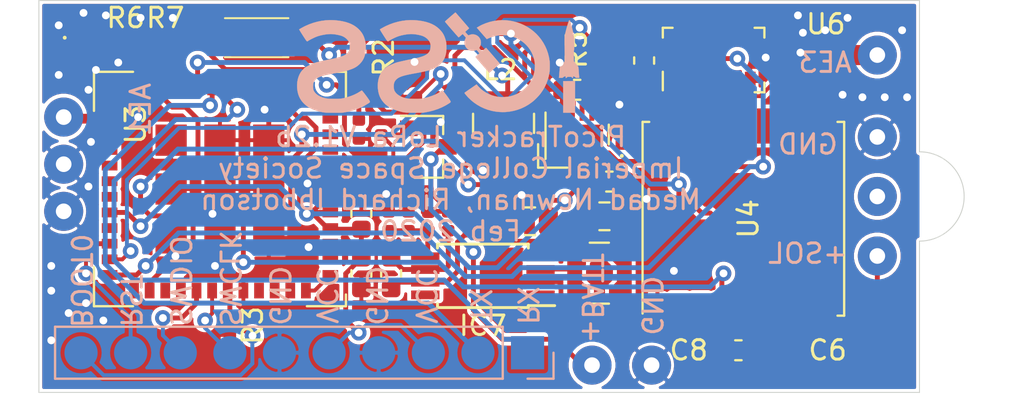
<source format=kicad_pcb>
(kicad_pcb (version 20171130) (host pcbnew "(5.1.2)-1")
  (title_block (title "PCB for Lora Pico Tracker") (date 2019-10-21) (company "Imperial College Space Society") (comment 1 "Richard Ibbotson, Medad Newman"))
  (layers (0 F.Cu signal) (31 B.Cu signal) (34 B.Paste user hide) (35 F.Paste user hide) (36 B.SilkS user) (37 F.SilkS user) (38 B.Mask user hide) (39 F.Mask user hide) (44 Edge.Cuts user))
  (net 0 "")
  (net 1 GND)
  (net 2 /I2C1_SDA)
  (net 3 /I2C1_SCL)
  (net 4 /RESET)
  (net 5 "Net-(AE1-Pad1)")
  (net 6 "Net-(D1-Pad2)")
  (net 7 /LED)
  (net 8 /SWITCH)
  (net 9 +SOL)
  (net 10 "Net-(AE3-Pad1)")
  (net 11 +BATT)
  (net 12 "Net-(C4-Pad1)")
  (net 13 VCC)
  (net 14 "Net-(C15-Pad2)")
  (net 15 "Net-(C15-Pad1)")
  (net 16 "Net-(C16-Pad1)")
  (net 17 "Net-(C17-Pad2)")
  (net 18 /GPS_TIMEPULSE)
  (net 19 "Net-(IC7-Pad3)")
  (net 20 /SENSOR_EN)
  (net 21 /SWDIO)
  (net 22 "Net-(L2-Pad2)")
  (net 23 /SWCLK)
  (net 24 /BATT_PWR_MEASURE)
  (net 25 "Net-(C13-Pad1)")
  (net 26 /SOLAR_VOLTS)
  (net 27 /BATT_VOLTS)
  (net 28 /TCXO_EN)
  (net 29 SENSOR_VCC)
  (net 30 /BOOT0)
  (net 31 /USART1_TX)
  (net 32 /USART1_RX)
  (net 33 "Net-(Q1-Pad2)")
  (module Connector_Wire:SolderWirePad_1x01_Drill0.8mm (layer F.Cu) (at 267.97 168.402)
    (fp_text reference J8 hide)
    (fp_text value Conn_01x01)
    (pad 1 thru_hole circle (at 0 0) (size 1.99898 1.99898) (drill 0.8001) (layers *.Cu *.Mask) (net 1 GND))
  )
  (module Connector_Wire:SolderWirePad_1x01_Drill0.8mm (layer F.Cu) (at 267.97 170.815)
    (fp_text reference J7 hide)
    (fp_text value Conn_01x01)
    (pad 1 thru_hole circle (at 0 0) (size 1.99898 1.99898) (drill 0.8001) (layers *.Cu *.Mask) (net 1 GND))
  )
  (module Package_TO_SOT_SMD:SOT-23 (layer F.Cu) (at 286.639 167.513)
    (fp_text reference Q1 hide)
    (fp_text value Q_PMOS_GSD)
    (pad 3 smd rect (at 1 0) (size 0.9 0.8) (layers F.Cu F.Paste F.Mask) (net 11 +BATT))
    (pad 2 smd rect (at -1 0.95) (size 0.9 0.8) (layers F.Cu F.Paste F.Mask) (net 33 "Net-(Q1-Pad2)"))
    (pad 1 smd rect (at -1 -0.95) (size 0.9 0.8) (layers F.Cu F.Paste F.Mask) (net 25 "Net-(C13-Pad1)"))
  )
  (module pico_tracker:10Pad (layer B.Cu) (at 291.719 178.054 90)
    (fp_text reference J1 hide)
    (fp_text value Conn_01x10)
    (pad 10 smd oval (at 0 -22.86 90) (size 1.7 1.7) (layers B.Cu B.Paste B.Mask) (net 30 /BOOT0))
    (pad 9 smd oval (at 0 -20.32 90) (size 1.7 1.7) (layers B.Cu B.Paste B.Mask) (net 4 /RESET))
    (pad 8 smd oval (at 0 -17.78 90) (size 1.7 1.7) (layers B.Cu B.Paste B.Mask) (net 21 /SWDIO))
    (pad 7 smd oval (at 0 -15.24 90) (size 1.7 1.7) (layers B.Cu B.Paste B.Mask) (net 23 /SWCLK))
    (pad 6 smd oval (at 0 -12.7 90) (size 1.7 1.7) (layers B.Cu B.Paste B.Mask) (net 1 GND))
    (pad 5 smd oval (at 0 -10.16 90) (size 1.7 1.7) (layers B.Cu B.Paste B.Mask) (net 13 VCC))
    (pad 4 smd oval (at 0 -7.62 90) (size 1.7 1.7) (layers B.Cu B.Paste B.Mask) (net 1 GND))
    (pad 3 smd oval (at 0 -5.08 90) (size 1.7 1.7) (layers B.Cu B.Paste B.Mask) (net 13 VCC))
    (pad 2 smd oval (at 0 -2.54 90) (size 1.7 1.7) (layers B.Cu B.Paste B.Mask) (net 31 /USART1_TX))
    (pad 1 smd rect (at 0 0 90) (size 1.7 1.7) (layers B.Cu B.Paste B.Mask) (net 32 /USART1_RX))
  )
  (module Resistor_SMD:R_0402_1005Metric (layer F.Cu) (at 284.584 164.973)
    (fp_text reference R15 hide)
    (fp_text value 100K)
    (pad 2 smd roundrect (at 0.485 0) (size 0.59 0.64) (layers F.Cu F.Paste F.Mask) (net 27 /BATT_VOLTS))
    (pad 1 smd roundrect (at -0.485 0) (size 0.59 0.64) (layers F.Cu F.Paste F.Mask) (net 33 "Net-(Q1-Pad2)"))
  )
  (module Resistor_SMD:R_0402_1005Metric (layer F.Cu) (at 286.512 164.973)
    (fp_text reference R16 hide)
    (fp_text value 100K)
    (pad 2 smd roundrect (at 0.485 0) (size 0.59 0.64) (layers F.Cu F.Paste F.Mask) (net 1 GND))
    (pad 1 smd roundrect (at -0.485 0) (size 0.59 0.64) (layers F.Cu F.Paste F.Mask) (net 27 /BATT_VOLTS))
  )
  (module flight-computer:L_Coilcraft_LPS3015 (layer F.Cu) (at 295.402 173.99)
    (fp_text reference L3 hide)
    (fp_text value 10uH)
    (pad 2 smd rect (at 0.78994 0.72898 135) (size 0.3 0.58) (layers F.Cu F.Paste F.Mask) (net 9 +SOL))
    (pad 2 smd rect (at 1.397 1.27 135.7) (size 0.36 0.36) (layers F.Cu F.Paste F.Mask) (net 9 +SOL))
    (pad 2 smd rect (at 0.94 1.175) (size 0.91 0.7) (layers F.Cu F.Paste F.Mask) (net 9 +SOL))
    (pad 2 smd rect (at 1.397 -1.27 225) (size 0.36 0.36) (layers F.Cu F.Paste F.Mask) (net 9 +SOL))
    (pad 2 smd rect (at 0.78994 -0.7239 225) (size 0.3 0.58) (layers F.Cu F.Paste F.Mask) (net 9 +SOL))
    (pad 2 smd rect (at 0.94 -1.175) (size 0.91 0.7) (layers F.Cu F.Paste F.Mask) (net 9 +SOL))
    (pad 2 smd rect (at 1.27 0) (size 0.76 2.54) (layers F.Cu F.Paste F.Mask) (net 9 +SOL))
    (pad 1 smd rect (at -0.79248 0.7239 225) (size 0.3 0.58) (layers F.Cu F.Paste F.Mask) (net 19 "Net-(IC7-Pad3)"))
    (pad 1 smd rect (at -0.94 1.175) (size 0.91 0.7) (layers F.Cu F.Paste F.Mask) (net 19 "Net-(IC7-Pad3)"))
    (pad 1 smd rect (at -1.397 1.27 225.5) (size 0.36 0.36) (layers F.Cu F.Paste F.Mask) (net 19 "Net-(IC7-Pad3)"))
    (pad 1 smd rect (at -1.397 -1.27 135) (size 0.36 0.36) (layers F.Cu F.Paste F.Mask) (net 19 "Net-(IC7-Pad3)"))
    (pad 1 smd rect (at -0.79248 -0.72644 135) (size 0.3 0.58) (layers F.Cu F.Paste F.Mask) (net 19 "Net-(IC7-Pad3)"))
    (pad 1 smd rect (at -0.94 -1.175) (size 0.91 0.7) (layers F.Cu F.Paste F.Mask) (net 19 "Net-(IC7-Pad3)"))
    (pad 1 smd rect (at -1.27 0) (size 0.76 2.54) (layers F.Cu F.Paste F.Mask) (net 19 "Net-(IC7-Pad3)"))
  )
  (module flight-computer:L_Coilcraft_LPS3015 (layer F.Cu) (at 290.481 166.319 270)
    (fp_text reference L2 (at -2.743 0.159 180) (layer F.SilkS))
    (fp_text value 2.2uH)
    (pad 2 smd rect (at 0.78994 0.72898 45) (size 0.3 0.58) (layers F.Cu F.Paste F.Mask) (net 22 "Net-(L2-Pad2)"))
    (pad 2 smd rect (at 1.397 1.27 45.7) (size 0.36 0.36) (layers F.Cu F.Paste F.Mask) (net 22 "Net-(L2-Pad2)"))
    (pad 2 smd rect (at 0.94 1.175 270) (size 0.91 0.7) (layers F.Cu F.Paste F.Mask) (net 22 "Net-(L2-Pad2)"))
    (pad 2 smd rect (at 1.397 -1.27 135) (size 0.36 0.36) (layers F.Cu F.Paste F.Mask) (net 22 "Net-(L2-Pad2)"))
    (pad 2 smd rect (at 0.78994 -0.7239 135) (size 0.3 0.58) (layers F.Cu F.Paste F.Mask) (net 22 "Net-(L2-Pad2)"))
    (pad 2 smd rect (at 0.94 -1.175 270) (size 0.91 0.7) (layers F.Cu F.Paste F.Mask) (net 22 "Net-(L2-Pad2)"))
    (pad 2 smd rect (at 1.27 0 270) (size 0.76 2.54) (layers F.Cu F.Paste F.Mask) (net 22 "Net-(L2-Pad2)"))
    (pad 1 smd rect (at -0.79248 0.7239 135) (size 0.3 0.58) (layers F.Cu F.Paste F.Mask) (net 13 VCC))
    (pad 1 smd rect (at -0.94 1.175 270) (size 0.91 0.7) (layers F.Cu F.Paste F.Mask) (net 13 VCC))
    (pad 1 smd rect (at -1.397 1.27 135.5) (size 0.36 0.36) (layers F.Cu F.Paste F.Mask) (net 13 VCC))
    (pad 1 smd rect (at -1.397 -1.27 45) (size 0.36 0.36) (layers F.Cu F.Paste F.Mask) (net 13 VCC))
    (pad 1 smd rect (at -0.79248 -0.72644 45) (size 0.3 0.58) (layers F.Cu F.Paste F.Mask) (net 13 VCC))
    (pad 1 smd rect (at -0.94 -1.175 270) (size 0.91 0.7) (layers F.Cu F.Paste F.Mask) (net 13 VCC))
    (pad 1 smd rect (at -1.27 0 270) (size 0.76 2.54) (layers F.Cu F.Paste F.Mask) (net 13 VCC))
  )
  (module Resistor_SMD:R_0402_1005Metric (layer F.Cu) (at 295.402 162.537 90)
    (fp_text reference R5 (at 0 -1.17 90) (layer F.SilkS))
    (fp_text value 4.7K)
    (pad 2 smd roundrect (at 0.485 0 90) (size 0.59 0.64) (layers F.Cu F.Paste F.Mask) (net 3 /I2C1_SCL))
    (pad 1 smd roundrect (at -0.485 0 90) (size 0.59 0.64) (layers F.Cu F.Paste F.Mask) (net 29 SENSOR_VCC))
  )
  (module Resistor_SMD:R_0402_1005Metric (layer F.Cu) (at 296.418 162.56 90)
    (fp_text reference R4 hide)
    (fp_text value 4.7K)
    (pad 2 smd roundrect (at 0.485 0 90) (size 0.59 0.64) (layers F.Cu F.Paste F.Mask) (net 2 /I2C1_SDA))
    (pad 1 smd roundrect (at -0.485 0 90) (size 0.59 0.64) (layers F.Cu F.Paste F.Mask) (net 29 SENSOR_VCC))
  )
  (module Capacitor_SMD:C_0402_1005Metric (layer F.Cu) (at 284.226 167.386 270)
    (fp_text reference C13 hide)
    (fp_text value 100nF)
    (pad 2 smd roundrect (at 0.485 0 270) (size 0.59 0.64) (layers F.Cu F.Paste F.Mask) (net 24 /BATT_PWR_MEASURE))
    (pad 1 smd roundrect (at -0.485 0 270) (size 0.59 0.64) (layers F.Cu F.Paste F.Mask) (net 25 "Net-(C13-Pad1)"))
  )
  (module Capacitor_SMD:C_0603_1608Metric (layer F.Cu) (at 283.21 170.942 90)
    (fp_text reference C7)
    (fp_text value 1uF)
    (pad 1 smd roundrect (at -0.7875 0 90) (size 0.875 0.95) (layers F.Cu F.Paste F.Mask) (net 13 VCC))
    (pad 2 smd roundrect (at 0.7875 0 90) (size 0.875 0.95) (layers F.Cu F.Paste F.Mask) (net 1 GND))
  )
  (module Capacitor_SMD:C_0402_1005Metric (layer F.Cu) (at 283.464 168.91)
    (fp_text reference C5)
    (fp_text value 100nF)
    (pad 1 smd roundrect (at -0.485 0) (size 0.59 0.64) (layers F.Cu F.Paste F.Mask) (net 13 VCC))
    (pad 2 smd roundrect (at 0.485 0) (size 0.59 0.64) (layers F.Cu F.Paste F.Mask) (net 1 GND))
  )
  (module flight-computer:EVPAWCD4A (layer F.Cu) (at 277.375 161.925 180)
    (fp_text reference SW1 hide)
    (fp_text value SW_Push hide)
    (pad 2 smd rect (at -2.1 0 180) (size 0.55 1.5) (layers F.Cu F.Paste F.Mask) (net 13 VCC))
    (pad 1 smd rect (at 1.15 0 180) (size 0.55 1.5) (layers F.Cu F.Paste F.Mask) (net 8 /SWITCH))
  )
  (module Connector_Wire:SolderWirePad_1x01_Drill0.8mm (layer B.Cu) (at 309.626 173.101)
    (fp_text reference J3 hide)
    (fp_text value +SOL)
    (pad 1 thru_hole circle (at 0 0) (size 1.99898 1.99898) (drill 0.8001) (layers *.Cu *.Mask) (net 9 +SOL))
  )
  (module Resistor_SMD:R_0402_1005Metric (layer F.Cu) (at 282.956 163.068 270)
    (fp_text reference R2 (at -0.127 -1.397 90) (layer F.SilkS))
    (fp_text value 100K)
    (pad 2 smd roundrect (at 0.485 0 270) (size 0.59 0.64) (layers F.Cu F.Paste F.Mask) (net 26 /SOLAR_VOLTS))
    (pad 1 smd roundrect (at -0.485 0 270) (size 0.59 0.64) (layers F.Cu F.Paste F.Mask) (net 9 +SOL))
  )
  (module Resistor_SMD:R_0402_1005Metric (layer F.Cu) (at 271.145 161.925)
    (fp_text reference R6 (at 0 -1.016) (layer F.SilkS))
    (fp_text value 1K)
    (pad 2 smd roundrect (at 0.485 0) (size 0.59 0.64) (layers F.Cu F.Paste F.Mask) (net 7 /LED))
    (pad 1 smd roundrect (at -0.485 0) (size 0.59 0.64) (layers F.Cu F.Paste F.Mask) (net 6 "Net-(D1-Pad2)"))
  )
  (module LED_SMD:LED_0402_1005Metric (layer F.Cu) (at 269.113 161.925)
    (fp_text reference D1 hide)
    (fp_text value LED)
    (pad 2 smd roundrect (at 0.485 0) (size 0.59 0.64) (layers F.Cu F.Paste F.Mask) (net 6 "Net-(D1-Pad2)"))
    (pad 1 smd roundrect (at -0.485 0) (size 0.59 0.64) (layers F.Cu F.Paste F.Mask) (net 1 GND))
  )
  (module Resistor_SMD:R_0402_1005Metric (layer F.Cu) (at 283.083 166.624 270)
    (fp_text reference R9 hide)
    (fp_text value 100K)
    (pad 2 smd roundrect (at 0.485 0 270) (size 0.59 0.64) (layers F.Cu F.Paste F.Mask) (net 1 GND))
    (pad 1 smd roundrect (at -0.485 0 270) (size 0.59 0.64) (layers F.Cu F.Paste F.Mask) (net 26 /SOLAR_VOLTS))
  )
  (module Capacitor_SMD:C_0402_1005Metric (layer F.Cu) (at 305.077 177.673)
    (fp_text reference C6 (at 2.009 0.254) (layer F.SilkS))
    (fp_text value 100nF)
    (pad 2 smd roundrect (at 0.485 0) (size 0.59 0.64) (layers F.Cu F.Paste F.Mask) (net 1 GND))
    (pad 1 smd roundrect (at -0.485 0) (size 0.59 0.64) (layers F.Cu F.Paste F.Mask) (net 29 SENSOR_VCC))
  )
  (module flight-computer:ICSS_Logo (layer B.Cu) (at 287.147 163.195 180)
    (fp_text reference J6 hide)
    (fp_text value "ICSS LOGO" hide)
  )
  (module Resistor_SMD:R_0402_1005Metric (layer F.Cu) (at 286.131 169.799 180)
    (fp_text reference R1 hide)
    (fp_text value 10K)
    (pad 2 smd roundrect (at 0.485 0 180) (size 0.59 0.64) (layers F.Cu F.Paste F.Mask) (net 25 "Net-(C13-Pad1)"))
    (pad 1 smd roundrect (at -0.485 0 180) (size 0.59 0.64) (layers F.Cu F.Paste F.Mask) (net 11 +BATT))
  )
  (module Diode_SMD:D_0402_1005Metric (layer F.Cu) (at 296.545 166.885 90)
    (fp_text reference D2 hide)
    (fp_text value D_Schottky)
    (pad 2 smd roundrect (at 0.485 0 90) (size 0.59 0.64) (layers F.Cu F.Paste F.Mask) (net 1 GND))
    (pad 1 smd roundrect (at -0.485 0 90) (size 0.59 0.64) (layers F.Cu F.Paste F.Mask) (net 11 +BATT))
  )
  (module Capacitor_SMD:C_0805_2012Metric (layer F.Cu) (at 291.846 171.323)
    (fp_text reference C17 hide)
    (fp_text value 22uF)
    (pad 2 smd roundrect (at 0.9375 0) (size 0.975 1.4) (layers F.Cu F.Paste F.Mask) (net 17 "Net-(C17-Pad2)"))
    (pad 1 smd roundrect (at -0.9375 0) (size 0.975 1.4) (layers F.Cu F.Paste F.Mask) (net 1 GND))
  )
  (module RF_GPS:ublox_MAX (layer F.Cu) (at 302.768 171.196 90)
    (fp_text reference U4 (at 0 0.254 90) (layer F.SilkS))
    (fp_text value MAX-M8C)
    (pad 18 smd rect (at 4.75 -4.4 90) (size 1.8 0.7) (layers F.Cu F.Paste F.Mask))
    (pad 17 smd rect (at 4.75 -3.3 90) (size 1.8 0.8) (layers F.Cu F.Paste F.Mask) (net 3 /I2C1_SCL))
    (pad 16 smd rect (at 4.75 -2.2 90) (size 1.8 0.8) (layers F.Cu F.Paste F.Mask) (net 2 /I2C1_SDA))
    (pad 15 smd rect (at 4.75 -1.1 90) (size 1.8 0.8) (layers F.Cu F.Paste F.Mask))
    (pad 14 smd rect (at 4.75 0 90) (size 1.8 0.8) (layers F.Cu F.Paste F.Mask))
    (pad 13 smd rect (at 4.75 1.1 90) (size 1.8 0.8) (layers F.Cu F.Paste F.Mask))
    (pad 12 smd rect (at 4.75 2.2 90) (size 1.8 0.8) (layers F.Cu F.Paste F.Mask) (net 1 GND))
    (pad 11 smd rect (at 4.75 3.3 90) (size 1.8 0.8) (layers F.Cu F.Paste F.Mask) (net 10 "Net-(AE3-Pad1)"))
    (pad 10 smd rect (at 4.75 4.4 90) (size 1.8 0.7) (layers F.Cu F.Paste F.Mask) (net 1 GND))
    (pad 9 smd rect (at -4.75 4.4 90) (size 1.8 0.7) (layers F.Cu F.Paste F.Mask) (net 29 SENSOR_VCC))
    (pad 8 smd rect (at -4.75 3.3 90) (size 1.8 0.8) (layers F.Cu F.Paste F.Mask) (net 29 SENSOR_VCC))
    (pad 7 smd rect (at -4.75 2.2 90) (size 1.8 0.8) (layers F.Cu F.Paste F.Mask) (net 29 SENSOR_VCC))
    (pad 6 smd rect (at -4.75 1.1 90) (size 1.8 0.8) (layers F.Cu F.Paste F.Mask))
    (pad 5 smd rect (at -4.75 0 90) (size 1.8 0.8) (layers F.Cu F.Paste F.Mask))
    (pad 4 smd rect (at -4.75 -1.1 90) (size 1.8 0.8) (layers F.Cu F.Paste F.Mask) (net 18 /GPS_TIMEPULSE))
    (pad 3 smd rect (at -4.75 -2.2 90) (size 1.8 0.8) (layers F.Cu F.Paste F.Mask))
    (pad 2 smd rect (at -4.75 -3.3 90) (size 1.8 0.8) (layers F.Cu F.Paste F.Mask))
    (pad 1 smd rect (at -4.75 -4.4 90) (size 1.8 0.7) (layers F.Cu F.Paste F.Mask) (net 1 GND))
  )
  (module Package_SON:WSON-12-1EP_3x2mm_P0.5mm_EP1x2.65 (layer F.Cu) (at 294.259 166.878 90)
    (fp_text reference U2 hide)
    (fp_text value TPS62740)
    (pad 13 smd rect (at 0 0 90) (size 1 2.65) (layers F.Cu F.Mask))
    (pad 12 smd rect (at 0.95 -1.25 90) (size 0.5 0.25) (layers F.Cu F.Paste F.Mask) (net 11 +BATT))
    (pad 11 smd rect (at 0.95 -0.75 90) (size 0.5 0.25) (layers F.Cu F.Paste F.Mask) (net 1 GND))
    (pad 10 smd rect (at 0.95 -0.25 90) (size 0.5 0.25) (layers F.Cu F.Paste F.Mask) (net 1 GND))
    (pad 9 smd rect (at 0.95 0.25 90) (size 0.5 0.25) (layers F.Cu F.Paste F.Mask) (net 11 +BATT))
    (pad 8 smd rect (at 0.95 0.75 90) (size 0.5 0.25) (layers F.Cu F.Paste F.Mask) (net 11 +BATT))
    (pad 7 smd rect (at 0.95 1.25 90) (size 0.5 0.25) (layers F.Cu F.Paste F.Mask))
    (pad 6 smd rect (at -0.95 1.25 90) (size 0.5 0.25) (layers F.Cu F.Paste F.Mask) (net 29 SENSOR_VCC))
    (pad 5 smd rect (at -0.95 0.75 90) (size 0.5 0.25) (layers F.Cu F.Paste F.Mask) (net 13 VCC))
    (pad 4 smd rect (at -0.95 0.25 90) (size 0.5 0.25) (layers F.Cu F.Paste F.Mask) (net 20 /SENSOR_EN))
    (pad 3 smd rect (at -0.95 -0.25 90) (size 0.5 0.25) (layers F.Cu F.Paste F.Mask) (net 1 GND))
    (pad 2 smd rect (at -0.95 -0.75 90) (size 0.5 0.25) (layers F.Cu F.Paste F.Mask) (net 22 "Net-(L2-Pad2)"))
    (pad 1 smd rect (at -0.95 -1.25 90) (size 0.5 0.25) (layers F.Cu F.Paste F.Mask) (net 11 +BATT))
  )
  (module Connector_Wire:SolderWirePad_1x01_Drill0.8mm (layer B.Cu) (at 309.626 170.053)
    (fp_text reference SolarCellMount1 hide)
    (fp_text value Unconnected)
    (pad 1 thru_hole circle (at 0 0) (size 1.99898 1.99898) (drill 0.8001) (layers *.Cu *.Mask))
  )
  (module Resistor_SMD:R_0402_1005Metric (layer F.Cu) (at 284.607 171.323 270)
    (fp_text reference R14 hide)
    (fp_text value 5.1M)
    (pad 2 smd roundrect (at 0.485 0 270) (size 0.59 0.64) (layers F.Cu F.Paste F.Mask) (net 16 "Net-(C16-Pad1)"))
    (pad 1 smd roundrect (at -0.485 0 270) (size 0.59 0.64) (layers F.Cu F.Paste F.Mask) (net 1 GND))
  )
  (module Resistor_SMD:R_0402_1005Metric (layer F.Cu) (at 286.639 171.346 90)
    (fp_text reference R13 hide)
    (fp_text value 10M)
    (pad 2 smd roundrect (at 0.485 0 90) (size 0.59 0.64) (layers F.Cu F.Paste F.Mask) (net 11 +BATT))
    (pad 1 smd roundrect (at -0.485 0 90) (size 0.59 0.64) (layers F.Cu F.Paste F.Mask) (net 16 "Net-(C16-Pad1)"))
  )
  (module Resistor_SMD:R_0402_1005Metric (layer F.Cu) (at 289.156 170.815 180)
    (fp_text reference R12 hide)
    (fp_text value 1Ohm)
    (pad 2 smd roundrect (at 0.485 0 180) (size 0.59 0.64) (layers F.Cu F.Paste F.Mask) (net 11 +BATT))
    (pad 1 smd roundrect (at -0.485 0 180) (size 0.59 0.64) (layers F.Cu F.Paste F.Mask) (net 17 "Net-(C17-Pad2)"))
  )
  (module Resistor_SMD:R_0402_1005Metric (layer F.Cu) (at 287.655 171.323 270)
    (fp_text reference R11 hide)
    (fp_text value 1K)
    (pad 2 smd roundrect (at 0.485 0 270) (size 0.59 0.64) (layers F.Cu F.Paste F.Mask) (net 14 "Net-(C15-Pad2)"))
    (pad 1 smd roundrect (at -0.485 0 270) (size 0.59 0.64) (layers F.Cu F.Paste F.Mask) (net 11 +BATT))
  )
  (module Resistor_SMD:R_0402_1005Metric (layer F.Cu) (at 289.179 171.831 180)
    (fp_text reference R10 hide)
    (fp_text value 1K)
    (pad 2 smd roundrect (at 0.485 0 180) (size 0.59 0.64) (layers F.Cu F.Paste F.Mask) (net 15 "Net-(C15-Pad1)"))
    (pad 1 smd roundrect (at -0.485 0 180) (size 0.59 0.64) (layers F.Cu F.Paste F.Mask) (net 17 "Net-(C17-Pad2)"))
  )
  (module Resistor_SMD:R_0402_1005Metric (layer F.Cu) (at 294.767 176.53 180)
    (fp_text reference R8 hide)
    (fp_text value 1K)
    (pad 2 smd roundrect (at 0.485 0 180) (size 0.59 0.64) (layers F.Cu F.Paste F.Mask) (net 12 "Net-(C4-Pad1)"))
    (pad 1 smd roundrect (at -0.485 0 180) (size 0.59 0.64) (layers F.Cu F.Paste F.Mask) (net 9 +SOL))
  )
  (module Resistor_SMD:R_0402_1005Metric (layer F.Cu) (at 276.479 176.657 270)
    (fp_text reference R3 (at 0 -1.17 90) (layer F.SilkS))
    (fp_text value 10K)
    (pad 2 smd roundrect (at 0.485 0 270) (size 0.59 0.64) (layers F.Cu F.Paste F.Mask) (net 1 GND))
    (pad 1 smd roundrect (at -0.485 0 270) (size 0.59 0.64) (layers F.Cu F.Paste F.Mask) (net 30 /BOOT0))
  )
  (module Connector_Wire:SolderWirePad_1x01_Drill0.8mm (layer B.Cu) (at 298.069 178.689 90)
    (fp_text reference J5 hide)
    (fp_text value BATT_GND)
    (pad 1 thru_hole circle (at 0 0 90) (size 1.99898 1.99898) (drill 0.8001) (layers *.Cu *.Mask) (net 1 GND))
  )
  (module Connector_Wire:SolderWirePad_1x01_Drill0.8mm (layer B.Cu) (at 295.021 178.689 90)
    (fp_text reference J4 hide)
    (fp_text value BATT_V+)
    (pad 1 thru_hole circle (at 0 0 90) (size 1.99898 1.99898) (drill 0.8001) (layers *.Cu *.Mask) (net 11 +BATT))
  )
  (module Capacitor_SMD:C_0402_1005Metric (layer F.Cu) (at 285.623 171.323 90)
    (fp_text reference C16 hide)
    (fp_text value 1nF)
    (pad 2 smd roundrect (at 0.485 0 90) (size 0.59 0.64) (layers F.Cu F.Paste F.Mask) (net 1 GND))
    (pad 1 smd roundrect (at -0.485 0 90) (size 0.59 0.64) (layers F.Cu F.Paste F.Mask) (net 16 "Net-(C16-Pad1)"))
  )
  (module Capacitor_SMD:C_0603_1608Metric (layer F.Cu) (at 284.734 173.99 90)
    (fp_text reference C15 hide)
    (fp_text value 1uF)
    (pad 2 smd roundrect (at 0.7875 0 90) (size 0.875 0.95) (layers F.Cu F.Paste F.Mask) (net 14 "Net-(C15-Pad2)"))
    (pad 1 smd roundrect (at -0.7875 0 90) (size 0.875 0.95) (layers F.Cu F.Paste F.Mask) (net 15 "Net-(C15-Pad1)"))
  )
  (module Capacitor_SMD:C_0603_1608Metric (layer F.Cu) (at 297.688 163.0935 90)
    (fp_text reference C14 hide)
    (fp_text value 220nF)
    (pad 2 smd roundrect (at 0.7875 0 90) (size 0.875 0.95) (layers F.Cu F.Paste F.Mask) (net 1 GND))
    (pad 1 smd roundrect (at -0.7875 0 90) (size 0.875 0.95) (layers F.Cu F.Paste F.Mask) (net 29 SENSOR_VCC))
  )
  (module Capacitor_SMD:C_0603_1608Metric (layer F.Cu) (at 295.91 169.291)
    (fp_text reference C12 hide)
    (fp_text value 10uF)
    (pad 2 smd roundrect (at 0.7875 0) (size 0.875 0.95) (layers F.Cu F.Paste F.Mask) (net 1 GND))
    (pad 1 smd roundrect (at -0.7875 0) (size 0.875 0.95) (layers F.Cu F.Paste F.Mask) (net 13 VCC))
  )
  (module Capacitor_SMD:C_0603_1608Metric (layer F.Cu) (at 302.514 177.927 180)
    (fp_text reference C8 (at 2.54 0) (layer F.SilkS))
    (fp_text value 10uF)
    (pad 2 smd roundrect (at 0.7875 0 180) (size 0.875 0.95) (layers F.Cu F.Paste F.Mask) (net 1 GND))
    (pad 1 smd roundrect (at -0.7875 0 180) (size 0.875 0.95) (layers F.Cu F.Paste F.Mask) (net 29 SENSOR_VCC))
  )
  (module Capacitor_SMD:C_0402_1005Metric (layer F.Cu) (at 292.608 176.53 180)
    (fp_text reference C4 hide)
    (fp_text value 1nF)
    (pad 2 smd roundrect (at 0.485 0 180) (size 0.59 0.64) (layers F.Cu F.Paste F.Mask) (net 1 GND))
    (pad 1 smd roundrect (at -0.485 0 180) (size 0.59 0.64) (layers F.Cu F.Paste F.Mask) (net 12 "Net-(C4-Pad1)"))
  )
  (module Capacitor_SMD:C_0805_2012Metric (layer F.Cu) (at 295.656 171.069 180)
    (fp_text reference C3 hide)
    (fp_text value 4.7uF)
    (pad 2 smd roundrect (at 0.9375 0 180) (size 0.975 1.4) (layers F.Cu F.Paste F.Mask) (net 1 GND))
    (pad 1 smd roundrect (at -0.9375 0 180) (size 0.975 1.4) (layers F.Cu F.Paste F.Mask) (net 9 +SOL))
  )
  (module Capacitor_SMD:C_0603_1608Metric (layer F.Cu) (at 294.259 164.592 180)
    (fp_text reference C2 hide)
    (fp_text value 10uF)
    (pad 2 smd roundrect (at 0.7875 0 180) (size 0.875 0.95) (layers F.Cu F.Paste F.Mask) (net 1 GND))
    (pad 1 smd roundrect (at -0.7875 0 180) (size 0.875 0.95) (layers F.Cu F.Paste F.Mask) (net 11 +BATT))
  )
  (module Connector_Wire:SolderWirePad_1x01_Drill0.8mm (layer B.Cu) (at 309.626 162.814)
    (fp_text reference AE3 (at -2.667 0.381) (layer B.SilkS) (effects (justify mirror)))
    (fp_text value "GPS Antenna")
    (pad 1 thru_hole circle (at 0 0) (size 1.99898 1.99898) (drill 0.8001) (layers *.Cu *.Mask) (net 10 "Net-(AE3-Pad1)"))
  )
  (module Package_SO:TSSOP-8_4.4x3mm_P0.65mm (layer F.Cu) (at 289.433 174.117 180)
    (fp_text reference IC7 (at 0 -2.55) (layer F.SilkS))
    (fp_text value SPV1040)
    (pad 8 smd rect (at 2.95 -0.975 180) (size 1.45 0.45) (layers F.Cu F.Paste F.Mask))
    (pad 7 smd rect (at 2.95 -0.325 180) (size 1.45 0.45) (layers F.Cu F.Paste F.Mask) (net 15 "Net-(C15-Pad1)"))
    (pad 6 smd rect (at 2.95 0.325 180) (size 1.45 0.45) (layers F.Cu F.Paste F.Mask) (net 14 "Net-(C15-Pad2)"))
    (pad 5 smd rect (at 2.95 0.975 180) (size 1.45 0.45) (layers F.Cu F.Paste F.Mask) (net 16 "Net-(C16-Pad1)"))
    (pad 4 smd rect (at -2.95 0.975 180) (size 1.45 0.45) (layers F.Cu F.Paste F.Mask) (net 17 "Net-(C17-Pad2)"))
    (pad 3 smd rect (at -2.95 0.325 180) (size 1.45 0.45) (layers F.Cu F.Paste F.Mask) (net 19 "Net-(IC7-Pad3)"))
    (pad 2 smd rect (at -2.95 -0.325 180) (size 1.45 0.45) (layers F.Cu F.Paste F.Mask) (net 1 GND))
    (pad 1 smd rect (at -2.95 -0.975 180) (size 1.45 0.45) (layers F.Cu F.Paste F.Mask) (net 12 "Net-(C4-Pad1)"))
  )
  (module flight-computer:SolderWirePad_1x01_Drill0.8mm (layer F.Cu) (at 312.674 170.053)
    (fp_text reference StringHole1 hide)
    (fp_text value Unconnected)
    (pad "" np_thru_hole circle (at 0 0) (size 0.8 0.8) (drill 0.8) (layers *.Cu *.Mask))
  )
  (module Connector_Wire:SolderWirePad_1x01_Drill0.8mm (layer F.Cu) (at 266.192 165.1)
    (fp_text reference AE1 (at 5.715 0.508 90) (layer B.SilkS) (effects (justify mirror)))
    (fp_text value "Lora Antenna")
    (pad 1 thru_hole circle (at 1.778 0.889) (size 1.99898 1.99898) (drill 0.8001) (layers *.Cu *.Mask) (net 5 "Net-(AE1-Pad1)"))
  )
  (module Resistor_SMD:R_0402_1005Metric (layer F.Cu) (at 273.177 161.925 180)
    (fp_text reference R7 (at 0 1.016) (layer F.SilkS))
    (fp_text value 100K)
    (pad 2 smd roundrect (at 0.485 0 180) (size 0.59 0.64) (layers F.Cu F.Paste F.Mask) (net 1 GND))
    (pad 1 smd roundrect (at -0.485 0 180) (size 0.59 0.64) (layers F.Cu F.Paste F.Mask) (net 8 /SWITCH))
  )
  (module RF_Module:CMWX1ZZABZ (layer F.Cu) (at 275.971 169.672 180)
    (fp_text reference U3 (at 4.318 3.302 90) (layer F.SilkS))
    (fp_text value CMWX1ZZABZ-078)
    (pad 38 smd rect (at 3.6 -5.2 270) (size 0.8 0.5) (layers F.Cu F.Paste F.Mask) (net 20 /SENSOR_EN))
    (pad 26 smd rect (at 5.65 3.6 180) (size 0.8 0.5) (layers F.Cu F.Paste F.Mask) (net 5 "Net-(AE1-Pad1)"))
    (pad 25 smd rect (at 5.65 4.4 180) (size 0.8 0.5) (layers F.Cu F.Paste F.Mask) (net 1 GND))
    (pad 24 smd rect (at 4.4 5.2 90) (size 0.8 0.5) (layers F.Cu F.Paste F.Mask) (net 7 /LED))
    (pad 23 smd rect (at 3.6 5.2 90) (size 0.8 0.5) (layers F.Cu F.Paste F.Mask) (net 8 /SWITCH))
    (pad 22 smd rect (at 2.8 5.2 90) (size 0.8 0.5) (layers F.Cu F.Paste F.Mask) (net 27 /BATT_VOLTS))
    (pad 21 smd rect (at 2 5.2 90) (size 0.8 0.5) (layers F.Cu F.Paste F.Mask) (net 26 /SOLAR_VOLTS))
    (pad 20 smd rect (at 1.2 5.2 90) (size 0.8 0.5) (layers F.Cu F.Paste F.Mask) (net 24 /BATT_PWR_MEASURE))
    (pad 19 smd rect (at 0.4 5.2 270) (size 0.8 0.5) (layers F.Cu F.Paste F.Mask) (net 31 /USART1_TX))
    (pad 18 smd rect (at -0.4 5.2 270) (size 0.8 0.5) (layers F.Cu F.Paste F.Mask) (net 32 /USART1_RX))
    (pad 17 smd rect (at -1.2 5.2 270) (size 0.8 0.5) (layers F.Cu F.Paste F.Mask))
    (pad 16 smd rect (at -2 5.2 270) (size 0.8 0.5) (layers F.Cu F.Paste F.Mask))
    (pad 15 smd rect (at -2.8 5.2 270) (size 0.8 0.5) (layers F.Cu F.Paste F.Mask) (net 18 /GPS_TIMEPULSE))
    (pad 14 smd rect (at -3.6 5.2 270) (size 0.8 0.5) (layers F.Cu F.Paste F.Mask))
    (pad 13 smd rect (at -4.4 5.2 270) (size 0.8 0.5) (layers F.Cu F.Paste F.Mask))
    (pad 12 smd rect (at -5.65 4.4 180) (size 0.8 0.5) (layers F.Cu F.Paste F.Mask))
    (pad 41 smd rect (at 1.2 -5.2 270) (size 0.8 0.5) (layers F.Cu F.Paste F.Mask) (net 21 /SWDIO))
    (pad 40 smd rect (at 2 -5.2 270) (size 0.8 0.5) (layers F.Cu F.Paste F.Mask))
    (pad 39 smd rect (at 2.8 -5.2 270) (size 0.8 0.5) (layers F.Cu F.Paste F.Mask))
    (pad 37 smd rect (at 4.4 -5.2 270) (size 0.8 0.5) (layers F.Cu F.Paste F.Mask))
    (pad 36 smd rect (at 5.65 -4.4 180) (size 0.8 0.5) (layers F.Cu F.Paste F.Mask) (net 2 /I2C1_SDA))
    (pad 35 smd rect (at 5.65 -3.6 180) (size 0.8 0.5) (layers F.Cu F.Paste F.Mask) (net 3 /I2C1_SCL))
    (pad 34 smd rect (at 5.65 -2.8 180) (size 0.8 0.5) (layers F.Cu F.Paste F.Mask) (net 4 /RESET))
    (pad 33 smd rect (at 5.65 -2 180) (size 0.8 0.5) (layers F.Cu F.Paste F.Mask))
    (pad 32 smd rect (at 5.65 -1.2 180) (size 0.8 0.5) (layers F.Cu F.Paste F.Mask) (net 13 VCC))
    (pad 31 smd rect (at 5.65 -0.4 180) (size 0.8 0.5) (layers F.Cu F.Paste F.Mask))
    (pad 30 smd rect (at 5.65 0.4 180) (size 0.8 0.5) (layers F.Cu F.Paste F.Mask))
    (pad 29 smd rect (at 5.65 1.2 180) (size 0.8 0.5) (layers F.Cu F.Paste F.Mask))
    (pad 28 smd rect (at 5.65 2 180) (size 0.8 0.5) (layers F.Cu F.Paste F.Mask))
    (pad 27 smd rect (at 5.65 2.8 180) (size 0.8 0.5) (layers F.Cu F.Paste F.Mask) (net 1 GND))
    (pad 11 smd rect (at -5.65 3.6 180) (size 0.8 0.5) (layers F.Cu F.Paste F.Mask))
    (pad 10 smd rect (at -5.65 2.8 180) (size 0.8 0.5) (layers F.Cu F.Paste F.Mask))
    (pad 9 smd rect (at -5.65 2 180) (size 0.8 0.5) (layers F.Cu F.Paste F.Mask))
    (pad 8 smd rect (at -5.65 1.2 180) (size 0.8 0.5) (layers F.Cu F.Paste F.Mask))
    (pad 7 smd rect (at -5.65 0.4 180) (size 0.8 0.5) (layers F.Cu F.Paste F.Mask) (net 1 GND))
    (pad 6 smd rect (at -5.65 -0.4 180) (size 0.8 0.5) (layers F.Cu F.Paste F.Mask) (net 13 VCC))
    (pad 5 smd rect (at -5.65 -1.2 180) (size 0.8 0.5) (layers F.Cu F.Paste F.Mask) (net 13 VCC))
    (pad 4 smd rect (at -5.65 -2 180) (size 0.8 0.5) (layers F.Cu F.Paste F.Mask) (net 13 VCC))
    (pad 3 smd rect (at -5.65 -2.8 180) (size 0.8 0.5) (layers F.Cu F.Paste F.Mask) (net 1 GND))
    (pad 2 smd rect (at -5.65 -3.6 180) (size 0.8 0.5) (layers F.Cu F.Paste F.Mask))
    (pad 1 smd rect (at -5.65 -4.4 180) (size 0.8 0.5) (layers F.Cu F.Paste F.Mask) (net 28 /TCXO_EN))
    (pad 42 smd rect (at 0.4 -5.2 270) (size 0.8 0.5) (layers F.Cu F.Paste F.Mask) (net 23 /SWCLK))
    (pad 43 smd rect (at -0.4 -5.2 270) (size 0.8 0.5) (layers F.Cu F.Paste F.Mask) (net 30 /BOOT0))
    (pad 44 smd rect (at -1.2 -5.2 270) (size 0.8 0.5) (layers F.Cu F.Paste F.Mask) (net 1 GND))
    (pad 45 smd rect (at -2 -5.2 270) (size 0.8 0.5) (layers F.Cu F.Paste F.Mask))
    (pad 46 smd rect (at -2.8 -5.2 270) (size 0.8 0.5) (layers F.Cu F.Paste F.Mask))
    (pad 47 smd rect (at -3.6 -5.2 270) (size 0.8 0.5) (layers F.Cu F.Paste F.Mask))
    (pad 48 smd rect (at -4.4 -5.2 270) (size 0.8 0.5) (layers F.Cu F.Paste F.Mask) (net 28 /TCXO_EN))
    (pad 49 smd rect (at -2.5 -2.5 270) (size 1.6 1.6) (layers F.Cu F.Paste F.Mask) (net 1 GND))
    (pad 50 smd rect (at 0 -2.5 270) (size 1.6 1.6) (layers F.Cu F.Paste F.Mask) (net 1 GND))
    (pad 51 smd rect (at 2.5 -2.5 270) (size 1.6 1.6) (layers F.Cu F.Paste F.Mask) (net 1 GND))
    (pad 52 smd rect (at -2.5 0 270) (size 1.6 1.6) (layers F.Cu F.Paste F.Mask) (net 1 GND))
    (pad 53 smd rect (at 0 0 270) (size 1.6 1.6) (layers F.Cu F.Paste F.Mask) (net 1 GND))
    (pad 54 smd rect (at 2.5 0 270) (size 1.6 1.6) (layers F.Cu F.Paste F.Mask) (net 1 GND))
    (pad 55 smd rect (at -2.5 2.5 270) (size 1.6 1.6) (layers F.Cu F.Paste F.Mask) (net 1 GND))
    (pad 56 smd rect (at 0 2.5 270) (size 1.6 1.6) (layers F.Cu F.Paste F.Mask) (net 1 GND))
    (pad 57 smd rect (at 2.5 2.5 270) (size 1.6 1.6) (layers F.Cu F.Paste F.Mask) (net 1 GND))
  )
  (module Connector_Wire:SolderWirePad_1x01_Drill0.8mm (layer B.Cu) (at 309.626 167.005 90)
    (fp_text reference J2 hide)
    (fp_text value GND)
    (pad 1 thru_hole circle (at 0 0 90) (size 1.99898 1.99898) (drill 0.8001) (layers *.Cu *.Mask) (net 1 GND))
  )
  (module Capacitor_SMD:C_0402_1005Metric (layer F.Cu) (at 268.478 172.466 180)
    (fp_text reference C1 hide)
    (fp_text value 100nF)
    (pad 2 smd roundrect (at 0.485 0 180) (size 0.59 0.64) (layers F.Cu F.Paste F.Mask) (net 1 GND))
    (pad 1 smd roundrect (at -0.485 0 180) (size 0.59 0.64) (layers F.Cu F.Paste F.Mask) (net 4 /RESET))
  )
  (module Capacitor_SMD:C_0603_1608Metric (layer F.Cu) (at 283.21 173.99 270)
    (fp_text reference C10 hide)
    (fp_text value 10uF)
    (pad 2 smd roundrect (at 0.7875 0 270) (size 0.875 0.95) (layers F.Cu F.Paste F.Mask) (net 1 GND))
    (pad 1 smd roundrect (at -0.7875 0 270) (size 0.875 0.95) (layers F.Cu F.Paste F.Mask) (net 13 VCC))
  )
  (module Package_LGA:LGA-8_3x5mm_P1.25mm (layer F.Cu) (at 301.244 163.068 90)
    (fp_text reference U6 (at 1.837 5.745 180) (layer F.SilkS))
    (fp_text value MS5607-02BA)
    (pad 4 smd rect (at -1.075 1.875 90) (size 0.95 0.55) (layers F.Cu F.Paste F.Mask) (net 1 GND))
    (pad 1 smd rect (at -1.075 -1.875 90) (size 0.95 0.55) (layers F.Cu F.Paste F.Mask) (net 29 SENSOR_VCC))
    (pad 2 smd rect (at -1.075 -0.625 90) (size 0.95 0.55) (layers F.Cu F.Paste F.Mask) (net 29 SENSOR_VCC))
    (pad 3 smd rect (at -1.075 0.625 90) (size 0.95 0.55) (layers F.Cu F.Paste F.Mask) (net 1 GND))
    (pad 8 smd rect (at 1.075 -1.875 90) (size 0.95 0.55) (layers F.Cu F.Paste F.Mask) (net 3 /I2C1_SCL))
    (pad 7 smd rect (at 1.075 -0.625 90) (size 0.95 0.55) (layers F.Cu F.Paste F.Mask) (net 2 /I2C1_SDA))
    (pad 6 smd rect (at 1.075 0.625 90) (size 0.95 0.55) (layers F.Cu F.Paste F.Mask))
    (pad 5 smd rect (at 1.075 1.875 90) (size 0.95 0.55) (layers F.Cu F.Paste F.Mask) (net 1 GND))
  )
  (gr_text "GND\n" (at 298.069 175.641 270) (layer B.SilkS) (effects (font (size 1 1)) (justify mirror)))
  (gr_text +BATT (at 295.021 175.26 270) (layer B.SilkS) (effects (font (size 1 1)) (justify mirror)))
  (gr_text "GND\n" (at 306.07 167.386) (layer B.SilkS) (effects (font (size 1 1)) (justify mirror)))
  (gr_text +SOL (at 306.07 172.974) (layer B.SilkS) (effects (font (size 1 1)) (justify mirror)))
  (gr_text BOOT0 (at 268.859 174.371 270) (layer B.SilkS) (effects (font (size 1 1)) (justify mirror)))
  (gr_text RST (at 271.399 175.387 270) (layer B.SilkS) (effects (font (size 1 1)) (justify mirror)))
  (gr_text SWDIO (at 273.939 174.371 270) (layer B.SilkS) (effects (font (size 1 1)) (justify mirror)))
  (gr_text SWCLK (at 276.479 174.244 270) (layer B.SilkS) (effects (font (size 1 1)) (justify mirror)))
  (gr_text VCC (at 281.432 175.133 270) (layer B.SilkS) (effects (font (size 1 1)) (justify mirror)))
  (gr_text "GND\n" (at 279.019 175.133 270) (layer B.SilkS) (effects (font (size 1 1)) (justify mirror)))
  (gr_text "GND\n" (at 283.972 175.133 270) (layer B.SilkS) (effects (font (size 1 1)) (justify mirror)))
  (gr_text VCC (at 286.512 175.133 270) (layer B.SilkS) (effects (font (size 1 1)) (justify mirror)))
  (gr_text RX (at 291.719 175.641 270) (layer B.SilkS) (effects (font (size 1 1)) (justify mirror)))
  (gr_text TX (at 289.306 175.641 270) (layer B.SilkS) (effects (font (size 1 1)) (justify mirror)))
  (gr_line (start 266.7 160.02) (end 311.785 160.02) (layer Edge.Cuts) (width 0.05))
  (gr_line (start 266.7 180.086) (end 266.7 160.02) (layer Edge.Cuts) (width 0.05))
  (gr_line (start 311.785 180.086) (end 266.7 180.086) (layer Edge.Cuts) (width 0.05))
  (gr_text "PicoTracker LoRa V1.2b\nImperial College Space Society\nMedad Newman, Richard Ibbotson\nFeb 2020" (at 287.782 169.418) (layer B.SilkS) (effects (font (size 1 1)) (justify mirror)))
  (gr_line (start 311.785 160.02) (end 311.785 167.767) (layer Edge.Cuts) (width 0.05))
  (gr_arc (start 311.785 170.053) (end 311.785 172.339) (angle -180) (layer Edge.Cuts) (width 0.05))
  (gr_line (start 311.785 180.086) (end 311.785 172.339) (layer Edge.Cuts) (width 0.05))
  (segment (start 294.009 165.1295) (end 293.4715 164.592) (width 0.25) (layer F.Cu) (net 1))
  (segment (start 294.009 165.928) (end 294.009 165.1295) (width 0.25) (layer F.Cu) (net 1))
  (segment (start 293.509 164.6295) (end 293.4715 164.592) (width 0.25) (layer F.Cu) (net 1))
  (segment (start 293.509 165.928) (end 293.509 164.6295) (width 0.25) (layer F.Cu) (net 1))
  (segment (start 296.545 166.4) (end 296.545 165.471681) (width 0.25) (layer F.Cu) (net 1))
  (segment (start 296.545 165.471681) (end 296.42266 165.349341) (width 0.25) (layer F.Cu) (net 1))
  (via (at 296.42266 165.349341) (size 0.8) (drill 0.4) (layers F.Cu B.Cu) (net 1))
  (segment (start 283.9235 170.1545) (end 284.607 170.838) (width 0.25) (layer F.Cu) (net 1))
  (segment (start 283.21 170.1545) (end 283.9235 170.1545) (width 0.25) (layer F.Cu) (net 1))
  (via (at 299.212 173.863) (size 0.8) (drill 0.4) (layers F.Cu B.Cu) (net 1))
  (segment (start 280.566436 169.272) (end 280.452604 169.385832) (width 0.25) (layer F.Cu) (net 1))
  (via (at 280.452604 169.385832) (size 0.8) (drill 0.4) (layers F.Cu B.Cu) (net 1))
  (segment (start 281.621 169.272) (end 280.566436 169.272) (width 0.25) (layer F.Cu) (net 1))
  (via (at 297.815 170.18) (size 0.8) (drill 0.4) (layers F.Cu B.Cu) (net 1))
  (via (at 293.36534 163.19966) (size 0.8) (drill 0.4) (layers F.Cu B.Cu) (net 1))
  (segment (start 300.969011 163.243011) (end 301.869 164.143) (width 0.25) (layer F.Cu) (net 1))
  (segment (start 298.625011 163.243011) (end 300.969011 163.243011) (width 0.25) (layer F.Cu) (net 1))
  (segment (start 297.688 162.306) (end 298.625011 163.243011) (width 0.25) (layer F.Cu) (net 1))
  (segment (start 291.535 174.442) (end 292.51 174.442) (width 0.25) (layer F.Cu) (net 1))
  (segment (start 291.435001 174.541999) (end 291.535 174.442) (width 0.25) (layer F.Cu) (net 1))
  (segment (start 291.338 175.745) (end 291.338 175.582002) (width 0.25) (layer F.Cu) (net 1))
  (segment (start 292.123 176.53) (end 291.338 175.745) (width 0.25) (layer F.Cu) (net 1))
  (segment (start 291.338 175.582002) (end 291.332999 175.577001) (width 0.25) (layer F.Cu) (net 1))
  (segment (start 291.332999 175.577001) (end 291.332999 174.606999) (width 0.25) (layer F.Cu) (net 1))
  (segment (start 291.332999 174.606999) (end 291.397999 174.541999) (width 0.25) (layer F.Cu) (net 1))
  (segment (start 291.397999 174.541999) (end 291.435001 174.541999) (width 0.25) (layer F.Cu) (net 1))
  (via (at 278.257004 165.608) (size 0.8) (drill 0.4) (layers F.Cu B.Cu) (net 1))
  (segment (start 278.471 165.821996) (end 278.257004 165.608) (width 0.25) (layer F.Cu) (net 1))
  (segment (start 278.471 167.172) (end 278.471 165.821996) (width 0.25) (layer F.Cu) (net 1))
  (via (at 289.433 168.71998) (size 0.8) (drill 0.4) (layers F.Cu B.Cu) (net 1))
  (segment (start 290.9085 171.323) (end 290.9085 170.482508) (width 0.2) (layer F.Cu) (net 1))
  (segment (start 289.832999 168.319981) (end 289.433 168.71998) (width 0.2) (layer F.Cu) (net 1))
  (segment (start 290.9085 170.482508) (end 291.414255 169.976753) (width 0.2) (layer F.Cu) (net 1))
  (segment (start 294.009 168.308702) (end 293.53969 168.778012) (width 0.2) (layer F.Cu) (net 1))
  (segment (start 292.47831 168.778012) (end 292.020279 168.319981) (width 0.2) (layer F.Cu) (net 1))
  (segment (start 292.020279 168.319981) (end 289.832999 168.319981) (width 0.2) (layer F.Cu) (net 1))
  (via (at 291.414255 169.976753) (size 0.8) (drill 0.4) (layers F.Cu B.Cu) (net 1))
  (segment (start 294.009 167.828) (end 294.009 168.308702) (width 0.2) (layer F.Cu) (net 1))
  (segment (start 293.53969 168.778012) (end 292.47831 168.778012) (width 0.2) (layer F.Cu) (net 1))
  (via (at 280.508537 172.646011) (size 0.8) (drill 0.4) (layers F.Cu B.Cu) (net 1))
  (segment (start 281.621 172.472) (end 280.682548 172.472) (width 0.25) (layer F.Cu) (net 1))
  (segment (start 278.945039 172.646011) (end 280.508537 172.646011) (width 0.25) (layer F.Cu) (net 1))
  (segment (start 278.471028 172.172) (end 278.945039 172.646011) (width 0.25) (layer F.Cu) (net 1))
  (segment (start 280.682548 172.472) (end 280.508537 172.646011) (width 0.25) (layer F.Cu) (net 1))
  (via (at 303.911 162.941) (size 0.8) (drill 0.4) (layers F.Cu B.Cu) (net 1))
  (via (at 285.931773 163.167003) (size 0.8) (drill 0.4) (layers F.Cu B.Cu) (net 1))
  (via (at 287.274 166.243) (size 0.8) (drill 0.4) (layers F.Cu B.Cu) (net 1))
  (via (at 273.692764 173.108764) (size 0.8) (drill 0.4) (layers F.Cu B.Cu) (net 1))
  (segment (start 273.471 172.172) (end 273.471 173.141) (width 0.25) (layer F.Cu) (net 1))
  (segment (start 273.471 173.141) (end 273.558 173.228) (width 0.25) (layer F.Cu) (net 1))
  (via (at 275.59 170.942) (size 0.8) (drill 0.4) (layers F.Cu B.Cu) (net 1))
  (via (at 284.48 169.926) (size 0.8) (drill 0.4) (layers F.Cu B.Cu) (net 1))
  (via (at 267.716 163.83) (size 0.8) (drill 0.4) (layers F.Cu B.Cu) (net 1))
  (via (at 269.621 163.576) (size 0.8) (drill 0.4) (layers F.Cu B.Cu) (net 1))
  (via (at 267.716 161.29) (size 0.8) (drill 0.4) (layers F.Cu B.Cu) (net 1))
  (via (at 270.129 160.782) (size 0.8) (drill 0.4) (layers F.Cu B.Cu) (net 1))
  (via (at 269.24 164.592) (size 0.8) (drill 0.4) (layers F.Cu B.Cu) (net 1))
  (via (at 269.24 169.545) (size 0.8) (drill 0.4) (layers F.Cu B.Cu) (net 1))
  (via (at 269.367 167.259) (size 0.8) (drill 0.4) (layers F.Cu B.Cu) (net 1))
  (via (at 267.335 173.609) (size 0.8) (drill 0.4) (layers F.Cu B.Cu) (net 1))
  (via (at 271.78 165.989) (size 0.8) (drill 0.4) (layers F.Cu B.Cu) (net 1))
  (via (at 270.764 163.195) (size 0.8) (drill 0.4) (layers F.Cu B.Cu) (net 1))
  (via (at 268.224 176.022) (size 0.8) (drill 0.4) (layers F.Cu B.Cu) (net 1))
  (via (at 270.002 176.403) (size 0.8) (drill 0.4) (layers F.Cu B.Cu) (net 1))
  (via (at 267.335 177.419) (size 0.8) (drill 0.4) (layers F.Cu B.Cu) (net 1))
  (via (at 267.335 174.879) (size 0.8) (drill 0.4) (layers F.Cu B.Cu) (net 1))
  (via (at 269.113 175.514) (size 0.8) (drill 0.4) (layers F.Cu B.Cu) (net 1))
  (via (at 273.558 160.909) (size 0.8) (drill 0.4) (layers F.Cu B.Cu) (net 1))
  (via (at 271.907 160.909) (size 0.8) (drill 0.4) (layers F.Cu B.Cu) (net 1))
  (via (at 268.986 160.655) (size 0.8) (drill 0.4) (layers F.Cu B.Cu) (net 1))
  (via (at 275.717 173.609) (size 0.8) (drill 0.4) (layers F.Cu B.Cu) (net 1))
  (via (at 306.959 161.544) (size 0.8) (drill 0.4) (layers F.Cu B.Cu) (net 1))
  (via (at 305.689 162.687) (size 0.8) (drill 0.4) (layers F.Cu B.Cu) (net 1))
  (via (at 305.562 160.782) (size 0.8) (drill 0.4) (layers F.Cu B.Cu) (net 1))
  (via (at 308.864 164.973) (size 0.8) (drill 0.4) (layers F.Cu B.Cu) (net 1))
  (via (at 311.15 164.973) (size 0.8) (drill 0.4) (layers F.Cu B.Cu) (net 1))
  (via (at 310.007 164.973) (size 0.8) (drill 0.4) (layers F.Cu B.Cu) (net 1))
  (via (at 310.896 161.544) (size 0.8) (drill 0.4) (layers F.Cu B.Cu) (net 1))
  (via (at 308.102 160.909) (size 0.8) (drill 0.4) (layers F.Cu B.Cu) (net 1))
  (via (at 305.816 161.671) (size 0.8) (drill 0.4) (layers F.Cu B.Cu) (net 1))
  (via (at 307.848 164.846) (size 0.8) (drill 0.4) (layers F.Cu B.Cu) (net 1))
  (segment (start 300.619 162.193) (end 300.619 161.993) (width 0.25) (layer F.Cu) (net 2))
  (segment (start 300.018999 162.793001) (end 300.619 162.193) (width 0.25) (layer F.Cu) (net 2))
  (segment (start 298.768999 162.728001) (end 298.833999 162.793001) (width 0.25) (layer F.Cu) (net 2))
  (segment (start 298.768999 162.143005) (end 298.768999 162.728001) (width 0.25) (layer F.Cu) (net 2))
  (segment (start 298.833999 162.793001) (end 300.018999 162.793001) (width 0.25) (layer F.Cu) (net 2))
  (segment (start 298.169484 161.54349) (end 298.768999 162.143005) (width 0.25) (layer F.Cu) (net 2))
  (segment (start 296.94951 161.54349) (end 298.169484 161.54349) (width 0.25) (layer F.Cu) (net 2))
  (segment (start 296.418 162.075) (end 296.94951 161.54349) (width 0.25) (layer F.Cu) (net 2))
  (via (at 303.784 168.529) (size 0.8) (drill 0.4) (layers F.Cu B.Cu) (net 2))
  (segment (start 301.501 168.529) (end 303.784 168.529) (width 0.25) (layer F.Cu) (net 2))
  (segment (start 300.568 167.596) (end 301.501 168.529) (width 0.25) (layer F.Cu) (net 2))
  (segment (start 300.568 166.446) (end 300.568 167.596) (width 0.25) (layer F.Cu) (net 2))
  (segment (start 271.704222 174.072) (end 272.167231 173.608991) (width 0.25) (layer F.Cu) (net 2))
  (segment (start 291.380423 173.699001) (end 290.930422 174.149003) (width 0.25) (layer B.Cu) (net 2))
  (segment (start 273.855221 171.921001) (end 272.167231 173.608991) (width 0.25) (layer B.Cu) (net 2))
  (segment (start 303.784 168.529) (end 303.091313 168.529) (width 0.25) (layer B.Cu) (net 2))
  (segment (start 286.311346 171.921001) (end 273.855221 171.921001) (width 0.25) (layer B.Cu) (net 2))
  (segment (start 297.921312 173.699001) (end 291.380423 173.699001) (width 0.25) (layer B.Cu) (net 2))
  (segment (start 303.091313 168.529) (end 297.921312 173.699001) (width 0.25) (layer B.Cu) (net 2))
  (segment (start 288.539348 174.149003) (end 286.311346 171.921001) (width 0.25) (layer B.Cu) (net 2))
  (segment (start 270.321 174.072) (end 271.704222 174.072) (width 0.25) (layer F.Cu) (net 2))
  (via (at 272.167231 173.608991) (size 0.8) (drill 0.4) (layers F.Cu B.Cu) (net 2))
  (segment (start 290.930422 174.149003) (end 288.539348 174.149003) (width 0.25) (layer B.Cu) (net 2))
  (via (at 302.461007 162.993993) (size 0.8) (drill 0.4) (layers F.Cu B.Cu) (net 2))
  (segment (start 303.784 164.316986) (end 302.461007 162.993993) (width 0.25) (layer B.Cu) (net 2))
  (segment (start 301.419993 162.993993) (end 302.461007 162.993993) (width 0.25) (layer F.Cu) (net 2))
  (segment (start 303.784 168.529) (end 303.784 164.316986) (width 0.25) (layer B.Cu) (net 2))
  (segment (start 300.619 162.193) (end 301.419993 162.993993) (width 0.25) (layer F.Cu) (net 2))
  (segment (start 296.418 161.036) (end 295.402 162.052) (width 0.25) (layer F.Cu) (net 3))
  (segment (start 299.085 161.036) (end 296.418 161.036) (width 0.25) (layer F.Cu) (net 3))
  (segment (start 299.369 161.993) (end 299.369 161.32) (width 0.25) (layer F.Cu) (net 3))
  (segment (start 299.369 161.32) (end 299.085 161.036) (width 0.25) (layer F.Cu) (net 3))
  (via (at 294.386 161.417) (size 0.8) (drill 0.4) (layers F.Cu B.Cu) (net 3))
  (segment (start 295.402 162.052) (end 295.021 162.052) (width 0.2) (layer F.Cu) (net 3))
  (segment (start 295.021 162.052) (end 294.386 161.417) (width 0.2) (layer F.Cu) (net 3))
  (segment (start 270.974 173.272) (end 271.399 172.847) (width 0.2) (layer F.Cu) (net 3))
  (via (at 271.399 172.847) (size 0.8) (drill 0.4) (layers F.Cu B.Cu) (net 3))
  (segment (start 270.321 173.272) (end 270.974 173.272) (width 0.2) (layer F.Cu) (net 3))
  (segment (start 299.369 161.793) (end 299.369 161.993) (width 0.2) (layer F.Cu) (net 3))
  (segment (start 300.38 160.782) (end 299.369 161.793) (width 0.2) (layer F.Cu) (net 3))
  (segment (start 299.468 165.346) (end 299.895999 164.918001) (width 0.2) (layer F.Cu) (net 3))
  (segment (start 299.468 166.446) (end 299.468 165.346) (width 0.2) (layer F.Cu) (net 3))
  (segment (start 299.895999 164.918001) (end 303.634001 164.918001) (width 0.2) (layer F.Cu) (net 3))
  (segment (start 303.634001 164.918001) (end 304.809313 163.742689) (width 0.2) (layer F.Cu) (net 3))
  (segment (start 303.53 160.782) (end 300.38 160.782) (width 0.2) (layer F.Cu) (net 3))
  (segment (start 304.809313 163.742689) (end 304.809313 162.061313) (width 0.2) (layer F.Cu) (net 3))
  (segment (start 304.809313 162.061313) (end 303.53 160.782) (width 0.2) (layer F.Cu) (net 3))
  (segment (start 294.386 161.417) (end 293.982377 161.013377) (width 0.2) (layer B.Cu) (net 3))
  (segment (start 286.573991 163.988201) (end 284.749213 165.812979) (width 0.2) (layer B.Cu) (net 3))
  (segment (start 291.894772 163.908229) (end 290.602796 165.200205) (width 0.2) (layer B.Cu) (net 3))
  (segment (start 293.982377 161.013377) (end 290.530659 161.013377) (width 0.2) (layer B.Cu) (net 3))
  (segment (start 290.166659 161.377377) (end 290.166659 162.180116) (width 0.2) (layer B.Cu) (net 3))
  (segment (start 290.602796 165.200205) (end 288.484108 163.081517) (width 0.2) (layer B.Cu) (net 3))
  (segment (start 284.749213 165.812979) (end 280.191019 165.812979) (width 0.2) (layer B.Cu) (net 3))
  (segment (start 279.461999 166.541999) (end 273.874003 166.541999) (width 0.2) (layer B.Cu) (net 3))
  (segment (start 271.206999 172.654999) (end 271.399 172.847) (width 0.2) (layer B.Cu) (net 3))
  (segment (start 273.874003 166.541999) (end 271.206999 169.209003) (width 0.2) (layer B.Cu) (net 3))
  (segment (start 286.937991 163.081518) (end 286.573991 163.445518) (width 0.2) (layer B.Cu) (net 3))
  (segment (start 286.573991 163.445518) (end 286.573991 163.988201) (width 0.2) (layer B.Cu) (net 3))
  (segment (start 280.191019 165.812979) (end 279.461999 166.541999) (width 0.2) (layer B.Cu) (net 3))
  (segment (start 288.484108 163.081517) (end 286.937991 163.081518) (width 0.2) (layer B.Cu) (net 3))
  (segment (start 271.206999 169.209003) (end 271.206999 172.654999) (width 0.2) (layer B.Cu) (net 3))
  (segment (start 290.166659 162.180116) (end 291.894772 163.908229) (width 0.2) (layer B.Cu) (net 3))
  (segment (start 290.530659 161.013377) (end 290.166659 161.377377) (width 0.2) (layer B.Cu) (net 3))
  (segment (start 268.969 172.472) (end 268.963 172.466) (width 0.25) (layer F.Cu) (net 4))
  (segment (start 270.321 172.472) (end 268.969 172.472) (width 0.25) (layer F.Cu) (net 4))
  (via (at 269.113 173.99) (size 0.8) (drill 0.4) (layers F.Cu B.Cu) (net 4))
  (segment (start 271.399 178.054) (end 271.399 176.276) (width 0.2) (layer B.Cu) (net 4))
  (segment (start 271.399 176.276) (end 269.113 173.99) (width 0.2) (layer B.Cu) (net 4))
  (segment (start 269.113 172.616) (end 268.963 172.466) (width 0.2) (layer F.Cu) (net 4))
  (segment (start 269.113 173.99) (end 269.113 172.616) (width 0.2) (layer F.Cu) (net 4))
  (segment (start 268.053 166.072) (end 267.97 165.989) (width 0.5) (layer F.Cu) (net 5))
  (segment (start 270.321 166.072) (end 268.053 166.072) (width 0.5) (layer F.Cu) (net 5))
  (segment (start 269.598 161.925) (end 270.66 161.925) (width 0.25) (layer F.Cu) (net 6))
  (segment (start 271.571 161.984) (end 271.63 161.925) (width 0.25) (layer F.Cu) (net 7))
  (segment (start 271.571 164.472) (end 271.571 161.984) (width 0.25) (layer F.Cu) (net 7))
  (segment (start 273.662 162.345) (end 273.662 161.925) (width 0.25) (layer F.Cu) (net 8))
  (segment (start 272.371 164.472) (end 272.371 163.636) (width 0.25) (layer F.Cu) (net 8))
  (segment (start 272.371 163.636) (end 273.662 162.345) (width 0.25) (layer F.Cu) (net 8))
  (segment (start 273.662 161.925) (end 276.225 161.925) (width 0.25) (layer F.Cu) (net 8))
  (segment (start 296.693 173.355) (end 296.693 170.5335) (width 0.25) (layer F.Cu) (net 9))
  (segment (start 296.693 173.99) (end 296.693 175.04) (width 0.25) (layer F.Cu) (net 9))
  (via (at 299.466 169.418) (size 0.8) (drill 0.4) (layers F.Cu B.Cu) (net 9))
  (segment (start 299.466 170.18) (end 299.466 169.418) (width 0.25) (layer F.Cu) (net 9))
  (segment (start 296.3395 171.069) (end 298.577 171.069) (width 0.25) (layer F.Cu) (net 9))
  (segment (start 298.577 171.069) (end 299.466 170.18) (width 0.25) (layer F.Cu) (net 9))
  (segment (start 290.86666 162.279063) (end 290.86666 161.713378) (width 0.25) (layer B.Cu) (net 9))
  (segment (start 282.956 162.583) (end 283.825622 161.713378) (width 0.25) (layer F.Cu) (net 9))
  (segment (start 283.825622 161.713378) (end 290.86666 161.713378) (width 0.25) (layer F.Cu) (net 9))
  (segment (start 298.005597 169.418) (end 290.86666 162.279063) (width 0.25) (layer B.Cu) (net 9))
  (segment (start 299.466 169.418) (end 298.005597 169.418) (width 0.25) (layer B.Cu) (net 9))
  (via (at 290.86666 161.713378) (size 0.8) (drill 0.4) (layers F.Cu B.Cu) (net 9))
  (segment (start 295.252 176.509) (end 296.596 175.165) (width 0.2) (layer F.Cu) (net 9))
  (segment (start 295.252 176.53) (end 295.252 176.509) (width 0.2) (layer F.Cu) (net 9))
  (segment (start 296.672 173.145) (end 296.342 172.815) (width 0.2) (layer F.Cu) (net 9))
  (segment (start 296.672 173.99) (end 296.672 173.145) (width 0.2) (layer F.Cu) (net 9))
  (segment (start 296.19194 172.96506) (end 296.342 172.815) (width 0.2) (layer F.Cu) (net 9))
  (segment (start 296.19194 173.2661) (end 296.19194 172.96506) (width 0.2) (layer F.Cu) (net 9))
  (segment (start 296.19194 175.01494) (end 296.342 175.165) (width 0.2) (layer F.Cu) (net 9))
  (segment (start 296.19194 174.71898) (end 296.19194 175.01494) (width 0.2) (layer F.Cu) (net 9))
  (segment (start 295.252 176.761) (end 295.252 176.53) (width 0.25) (layer F.Cu) (net 9))
  (segment (start 309.626 177.546) (end 307.975 179.197) (width 0.25) (layer F.Cu) (net 9))
  (segment (start 309.626 173.101) (end 309.626 177.546) (width 0.25) (layer F.Cu) (net 9))
  (segment (start 307.975 179.197) (end 301.625 179.197) (width 0.25) (layer F.Cu) (net 9))
  (segment (start 301.625 179.197) (end 299.72 177.292) (width 0.25) (layer F.Cu) (net 9))
  (segment (start 299.72 177.292) (end 295.783 177.292) (width 0.25) (layer F.Cu) (net 9))
  (segment (start 295.783 177.292) (end 295.252 176.761) (width 0.25) (layer F.Cu) (net 9))
  (segment (start 306.082001 166.357999) (end 306.082001 166.446) (width 1.028) (layer F.Cu) (net 10))
  (segment (start 306.103999 166.336001) (end 306.082001 166.357999) (width 1.028) (layer F.Cu) (net 10))
  (segment (start 306.103999 164.974799) (end 306.103999 166.336001) (width 1.028) (layer F.Cu) (net 10))
  (segment (start 309.626 162.814) (end 308.264798 162.814) (width 1.028) (layer F.Cu) (net 10))
  (segment (start 308.264798 162.814) (end 306.103999 164.974799) (width 1.028) (layer F.Cu) (net 10))
  (segment (start 286.431 170.815) (end 286.385 170.861) (width 0.25) (layer F.Cu) (net 11))
  (segment (start 288.417 170.815) (end 286.431 170.815) (width 0.25) (layer F.Cu) (net 11))
  (segment (start 295.009 164.6295) (end 295.0465 164.592) (width 0.25) (layer F.Cu) (net 11))
  (segment (start 295.009 165.928) (end 295.009 164.6295) (width 0.25) (layer F.Cu) (net 11))
  (segment (start 294.509 165.1295) (end 295.0465 164.592) (width 0.25) (layer F.Cu) (net 11))
  (segment (start 294.509 165.928) (end 294.509 165.1295) (width 0.25) (layer F.Cu) (net 11))
  (segment (start 286.385 170.03) (end 286.616 169.799) (width 0.25) (layer F.Cu) (net 11))
  (segment (start 286.385 170.861) (end 286.385 170.03) (width 0.25) (layer F.Cu) (net 11))
  (segment (start 293.009 165.928) (end 293.009 165.707999) (width 0.25) (layer F.Cu) (net 11))
  (segment (start 296.729001 164.592) (end 295.0465 164.592) (width 0.25) (layer F.Cu) (net 11))
  (segment (start 297.242989 165.105988) (end 296.729001 164.592) (width 0.25) (layer F.Cu) (net 11))
  (segment (start 297.242989 167.003675) (end 297.242989 165.105988) (width 0.25) (layer F.Cu) (net 11))
  (segment (start 297.210832 167.035832) (end 297.242989 167.003675) (width 0.25) (layer F.Cu) (net 11))
  (segment (start 296.879168 167.035832) (end 297.210832 167.035832) (width 0.25) (layer F.Cu) (net 11))
  (segment (start 296.545 167.37) (end 296.879168 167.035832) (width 0.25) (layer F.Cu) (net 11))
  (segment (start 293.009 165.428) (end 293.009 165.928) (width 0.25) (layer F.Cu) (net 11))
  (segment (start 291.574999 163.993999) (end 293.009 165.428) (width 0.25) (layer F.Cu) (net 11))
  (segment (start 291.574999 162.704001) (end 291.574999 163.993999) (width 0.25) (layer F.Cu) (net 11))
  (segment (start 292.354 161.925) (end 291.574999 162.704001) (width 0.25) (layer F.Cu) (net 11))
  (segment (start 293.116 161.925) (end 292.354 161.925) (width 0.25) (layer F.Cu) (net 11))
  (segment (start 295.0465 163.8555) (end 293.116 161.925) (width 0.25) (layer F.Cu) (net 11))
  (segment (start 295.0465 164.592) (end 295.0465 163.8555) (width 0.25) (layer F.Cu) (net 11))
  (via (at 286.766 168.147996) (size 0.8) (drill 0.4) (layers F.Cu B.Cu) (net 11))
  (segment (start 287.723587 170.815) (end 286.766 169.857413) (width 0.25) (layer F.Cu) (net 11))
  (segment (start 288.671 170.815) (end 287.723587 170.815) (width 0.25) (layer F.Cu) (net 11))
  (segment (start 286.766 169.857413) (end 286.766 168.147996) (width 0.25) (layer F.Cu) (net 11))
  (segment (start 292.717227 167.828) (end 292.608999 167.719772) (width 0.25) (layer F.Cu) (net 11))
  (segment (start 292.608999 167.719772) (end 292.608999 165.953001) (width 0.25) (layer F.Cu) (net 11))
  (segment (start 292.634 165.928) (end 293.009 165.928) (width 0.25) (layer F.Cu) (net 11))
  (segment (start 292.608999 165.953001) (end 292.634 165.928) (width 0.25) (layer F.Cu) (net 11))
  (segment (start 293.009 167.828) (end 292.717227 167.828) (width 0.25) (layer F.Cu) (net 11))
  (segment (start 288.947212 175.879237) (end 288.947212 172.895136) (width 0.25) (layer F.Cu) (net 11))
  (segment (start 290.432484 177.364509) (end 288.947212 175.879237) (width 0.25) (layer F.Cu) (net 11))
  (via (at 288.947212 172.895136) (size 0.8) (drill 0.4) (layers F.Cu B.Cu) (net 11))
  (segment (start 294.513 178.689) (end 293.188509 177.364509) (width 0.25) (layer F.Cu) (net 11))
  (segment (start 286.766 170.713924) (end 288.947212 172.895136) (width 0.25) (layer B.Cu) (net 11))
  (segment (start 286.766 168.147996) (end 286.766 170.713924) (width 0.25) (layer B.Cu) (net 11))
  (segment (start 293.188509 177.364509) (end 290.432484 177.364509) (width 0.25) (layer F.Cu) (net 11))
  (segment (start 290.014 162.433) (end 291.574999 163.993999) (width 0.25) (layer F.Cu) (net 11))
  (segment (start 287.400996 167.513) (end 287.639 167.513) (width 0.25) (layer F.Cu) (net 11))
  (segment (start 287.639 167.513) (end 287.999002 167.152998) (width 0.25) (layer F.Cu) (net 11))
  (segment (start 286.766 168.147996) (end 287.400996 167.513) (width 0.25) (layer F.Cu) (net 11))
  (segment (start 287.999002 162.850998) (end 288.417 162.433) (width 0.25) (layer F.Cu) (net 11))
  (segment (start 288.417 162.433) (end 290.014 162.433) (width 0.25) (layer F.Cu) (net 11))
  (segment (start 287.999002 167.152998) (end 287.999002 162.850998) (width 0.25) (layer F.Cu) (net 11))
  (segment (start 293.093 175.675) (end 293.093 176.53) (width 0.25) (layer F.Cu) (net 12))
  (segment (start 292.51 175.092) (end 293.093 175.675) (width 0.25) (layer F.Cu) (net 12))
  (segment (start 294.282 176.53) (end 293.093 176.53) (width 0.25) (layer F.Cu) (net 12))
  (segment (start 295.009 169.076) (end 295.009 167.828) (width 0.25) (layer F.Cu) (net 13))
  (segment (start 295.224 169.291) (end 295.009 169.076) (width 0.25) (layer F.Cu) (net 13))
  (segment (start 281.6785 171.7295) (end 281.621 171.672) (width 0.25) (layer F.Cu) (net 13))
  (segment (start 283.21 171.7295) (end 281.6785 171.7295) (width 0.25) (layer F.Cu) (net 13))
  (segment (start 283.21 171.7295) (end 283.21 173.2025) (width 0.25) (layer F.Cu) (net 13))
  (via (at 281.559 162.814) (size 0.8) (drill 0.4) (layers F.Cu B.Cu) (net 13))
  (segment (start 279.475 161.925) (end 280.67 161.925) (width 0.25) (layer F.Cu) (net 13))
  (segment (start 280.67 161.925) (end 281.559 162.814) (width 0.25) (layer F.Cu) (net 13))
  (segment (start 290.703 165.27) (end 290.703 164.14732) (width 0.25) (layer F.Cu) (net 13))
  (segment (start 290.703 164.14732) (end 290.41734 163.86166) (width 0.25) (layer F.Cu) (net 13))
  (via (at 290.41734 163.86166) (size 0.8) (drill 0.4) (layers F.Cu B.Cu) (net 13))
  (segment (start 289.444968 165.52652) (end 289.7571 165.52652) (width 0.2) (layer F.Cu) (net 13))
  (segment (start 289.26348 165.52652) (end 289.444968 165.52652) (width 0.2) (layer F.Cu) (net 13))
  (segment (start 289.7571 165.52652) (end 291.20744 165.52652) (width 0.2) (layer F.Cu) (net 13))
  (segment (start 291.50848 165.52652) (end 291.656 165.379) (width 0.2) (layer F.Cu) (net 13))
  (segment (start 291.20744 165.52652) (end 291.50848 165.52652) (width 0.2) (layer F.Cu) (net 13))
  (via (at 293.626007 170.251322) (size 0.8) (drill 0.4) (layers F.Cu B.Cu) (net 13))
  (segment (start 295.1225 169.291) (end 294.660888 169.752612) (width 0.25) (layer F.Cu) (net 13))
  (segment (start 294.124717 169.752612) (end 293.626007 170.251322) (width 0.25) (layer F.Cu) (net 13))
  (segment (start 294.660888 169.752612) (end 294.124717 169.752612) (width 0.25) (layer F.Cu) (net 13))
  (segment (start 282.979 169.149002) (end 282.979 168.91) (width 0.25) (layer F.Cu) (net 13))
  (segment (start 282.056002 170.072) (end 282.40999 169.718012) (width 0.25) (layer F.Cu) (net 13))
  (segment (start 281.621 170.072) (end 282.056002 170.072) (width 0.25) (layer F.Cu) (net 13))
  (segment (start 282.40999 169.718012) (end 282.40999 169.710516) (width 0.25) (layer F.Cu) (net 13))
  (segment (start 282.40999 169.710516) (end 282.728516 169.39199) (width 0.25) (layer F.Cu) (net 13))
  (segment (start 282.728516 169.39199) (end 282.736012 169.39199) (width 0.25) (layer F.Cu) (net 13))
  (segment (start 282.736012 169.39199) (end 282.979 169.149002) (width 0.25) (layer F.Cu) (net 13))
  (segment (start 281.621 171.672) (end 281.471 171.672) (width 0.25) (layer F.Cu) (net 13))
  (segment (start 281.471 170.072) (end 280.601 170.942) (width 0.25) (layer F.Cu) (net 13))
  (segment (start 281.621 170.072) (end 281.471 170.072) (width 0.25) (layer F.Cu) (net 13))
  (segment (start 281.621 170.872) (end 280.486 170.872) (width 0.25) (layer F.Cu) (net 13))
  (segment (start 280.741 170.942) (end 280.416 170.942) (width 0.25) (layer F.Cu) (net 13))
  (segment (start 280.601 170.942) (end 280.416 170.942) (width 0.25) (layer F.Cu) (net 13))
  (segment (start 280.486 170.872) (end 280.416 170.942) (width 0.25) (layer F.Cu) (net 13))
  (segment (start 281.471 171.672) (end 280.741 170.942) (width 0.25) (layer F.Cu) (net 13))
  (via (at 280.416 170.942) (size 0.8) (drill 0.4) (layers F.Cu B.Cu) (net 13))
  (via (at 283.073686 177.028686) (size 0.8) (drill 0.4) (layers F.Cu B.Cu) (net 13))
  (segment (start 283.21 173.2025) (end 282.40999 174.00251) (width 0.25) (layer F.Cu) (net 13))
  (segment (start 282.40999 174.00251) (end 282.40999 176.36499) (width 0.25) (layer F.Cu) (net 13))
  (segment (start 286.639 178.054) (end 285.213687 176.628687) (width 0.2) (layer B.Cu) (net 13))
  (segment (start 285.213687 176.628687) (end 283.473685 176.628687) (width 0.2) (layer B.Cu) (net 13))
  (segment (start 283.473685 176.628687) (end 283.073686 177.028686) (width 0.2) (layer B.Cu) (net 13))
  (segment (start 282.584314 177.028686) (end 283.073686 177.028686) (width 0.2) (layer B.Cu) (net 13))
  (segment (start 281.559 178.054) (end 282.584314 177.028686) (width 0.2) (layer B.Cu) (net 13))
  (segment (start 282.40999 176.36499) (end 283.073686 177.028686) (width 0.25) (layer F.Cu) (net 13))
  (segment (start 293.626007 170.251322) (end 290.178337 173.698992) (width 0.25) (layer B.Cu) (net 13))
  (segment (start 290.178337 173.698992) (end 288.725748 173.698992) (width 0.25) (layer B.Cu) (net 13))
  (segment (start 288.725748 173.698992) (end 285.968756 170.942) (width 0.25) (layer B.Cu) (net 13))
  (segment (start 285.968756 170.942) (end 280.416 170.942) (width 0.25) (layer B.Cu) (net 13))
  (segment (start 287.961337 169.100224) (end 288.630999 168.430562) (width 0.25) (layer F.Cu) (net 13))
  (segment (start 292.714154 170.251322) (end 291.66383 169.200998) (width 0.25) (layer F.Cu) (net 13))
  (segment (start 290.021006 170.16999) (end 288.335099 170.16999) (width 0.25) (layer F.Cu) (net 13))
  (segment (start 293.626007 170.251322) (end 292.714154 170.251322) (width 0.25) (layer F.Cu) (net 13))
  (segment (start 289.306 165.868998) (end 289.306 165.379) (width 0.25) (layer F.Cu) (net 13))
  (segment (start 290.989998 169.200998) (end 290.021006 170.16999) (width 0.25) (layer F.Cu) (net 13))
  (segment (start 291.66383 169.200998) (end 290.989998 169.200998) (width 0.25) (layer F.Cu) (net 13))
  (segment (start 288.630999 166.543999) (end 289.306 165.868998) (width 0.25) (layer F.Cu) (net 13))
  (segment (start 288.969681 162.414001) (end 290.41734 163.86166) (width 0.25) (layer B.Cu) (net 13))
  (segment (start 288.335099 170.16999) (end 287.961337 169.796228) (width 0.25) (layer F.Cu) (net 13))
  (segment (start 281.958999 162.414001) (end 288.969681 162.414001) (width 0.25) (layer B.Cu) (net 13))
  (segment (start 288.630999 168.430562) (end 288.630999 166.543999) (width 0.25) (layer F.Cu) (net 13))
  (segment (start 281.559 162.814) (end 281.958999 162.414001) (width 0.25) (layer B.Cu) (net 13))
  (segment (start 287.961337 169.796228) (end 287.961337 169.100224) (width 0.25) (layer F.Cu) (net 13))
  (via (at 271.906999 171.577) (size 0.8) (drill 0.4) (layers F.Cu B.Cu) (net 13))
  (segment (start 270.321 170.872) (end 271.201999 170.872) (width 0.25) (layer F.Cu) (net 13))
  (segment (start 271.201999 170.872) (end 271.906999 171.577) (width 0.25) (layer F.Cu) (net 13))
  (segment (start 279.019 169.545) (end 280.416 170.942) (width 0.25) (layer B.Cu) (net 13))
  (segment (start 273.938999 169.545) (end 279.019 169.545) (width 0.25) (layer B.Cu) (net 13))
  (segment (start 271.906999 171.577) (end 273.938999 169.545) (width 0.25) (layer B.Cu) (net 13))
  (segment (start 287.495002 173.792) (end 286.61 173.792) (width 0.25) (layer F.Cu) (net 14))
  (segment (start 287.660001 173.627001) (end 287.495002 173.792) (width 0.25) (layer F.Cu) (net 14))
  (segment (start 287.660001 172.208001) (end 287.660001 173.627001) (width 0.25) (layer F.Cu) (net 14))
  (segment (start 287.655 172.203) (end 287.660001 172.208001) (width 0.25) (layer F.Cu) (net 14))
  (segment (start 287.655 171.808) (end 287.655 172.203) (width 0.25) (layer F.Cu) (net 14))
  (segment (start 285.3235 173.792) (end 286.61 173.792) (width 0.25) (layer F.Cu) (net 14))
  (segment (start 284.734 173.2025) (end 285.3235 173.792) (width 0.25) (layer F.Cu) (net 14))
  (segment (start 285.0695 174.442) (end 286.61 174.442) (width 0.25) (layer F.Cu) (net 15))
  (segment (start 284.734 174.7775) (end 285.0695 174.442) (width 0.25) (layer F.Cu) (net 15))
  (segment (start 288.13199 173.89501) (end 287.585 174.442) (width 0.25) (layer F.Cu) (net 15))
  (segment (start 287.585 174.442) (end 286.61 174.442) (width 0.25) (layer F.Cu) (net 15))
  (segment (start 288.694 171.831) (end 288.13199 172.39301) (width 0.25) (layer F.Cu) (net 15))
  (segment (start 288.13199 172.39301) (end 288.13199 173.89501) (width 0.25) (layer F.Cu) (net 15))
  (segment (start 286.61 171.86) (end 286.639 171.831) (width 0.25) (layer F.Cu) (net 16))
  (segment (start 286.61 173.142) (end 286.61 171.86) (width 0.25) (layer F.Cu) (net 16))
  (segment (start 286.616 171.808) (end 286.639 171.831) (width 0.25) (layer F.Cu) (net 16))
  (segment (start 284.607 171.808) (end 286.616 171.808) (width 0.25) (layer F.Cu) (net 16))
  (segment (start 292.51 171.5965) (end 292.7835 171.323) (width 0.25) (layer F.Cu) (net 17))
  (segment (start 292.51 173.142) (end 292.51 171.5965) (width 0.25) (layer F.Cu) (net 17))
  (segment (start 289.41 170.838) (end 289.387 170.815) (width 0.25) (layer F.Cu) (net 17))
  (segment (start 289.664 171.831) (end 289.664 170.838) (width 0.25) (layer F.Cu) (net 17))
  (segment (start 290.18101 172.34801) (end 289.664 171.831) (width 0.25) (layer F.Cu) (net 17))
  (segment (start 292.55849 172.34801) (end 290.18101 172.34801) (width 0.25) (layer F.Cu) (net 17))
  (segment (start 292.7835 172.123) (end 292.55849 172.34801) (width 0.25) (layer F.Cu) (net 17))
  (segment (start 292.7835 171.323) (end 292.7835 172.123) (width 0.25) (layer F.Cu) (net 17))
  (segment (start 301.668 175.946) (end 301.668 174.074) (width 0.25) (layer F.Cu) (net 18))
  (segment (start 301.668 174.074) (end 301.752 173.99) (width 0.25) (layer F.Cu) (net 18))
  (via (at 301.752 173.99) (size 0.8) (drill 0.4) (layers F.Cu B.Cu) (net 18))
  (via (at 277.16788 173.421987) (size 0.8) (drill 0.4) (layers F.Cu B.Cu) (net 18))
  (segment (start 278.771 164.794996) (end 280.023003 166.046999) (width 0.25) (layer F.Cu) (net 18))
  (segment (start 279.531001 171.046999) (end 277.410999 171.046999) (width 0.25) (layer F.Cu) (net 18))
  (segment (start 280.404001 166.046999) (end 280.887001 166.529999) (width 0.25) (layer F.Cu) (net 18))
  (segment (start 280.887001 167.577411) (end 279.596001 168.868411) (width 0.25) (layer F.Cu) (net 18))
  (segment (start 279.596001 168.868411) (end 279.596001 170.981999) (width 0.25) (layer F.Cu) (net 18))
  (segment (start 277.16788 171.290118) (end 277.16788 173.421987) (width 0.25) (layer F.Cu) (net 18))
  (segment (start 277.410999 171.046999) (end 277.16788 171.290118) (width 0.25) (layer F.Cu) (net 18))
  (segment (start 279.596001 170.981999) (end 279.531001 171.046999) (width 0.25) (layer F.Cu) (net 18))
  (segment (start 278.771 164.472) (end 278.771 164.794996) (width 0.25) (layer F.Cu) (net 18))
  (segment (start 280.887001 166.529999) (end 280.887001 167.577411) (width 0.25) (layer F.Cu) (net 18))
  (segment (start 280.023003 166.046999) (end 280.404001 166.046999) (width 0.25) (layer F.Cu) (net 18))
  (segment (start 301.059011 174.682989) (end 288.436923 174.682989) (width 0.25) (layer B.Cu) (net 18))
  (segment (start 287.175921 173.421987) (end 277.16788 173.421987) (width 0.25) (layer B.Cu) (net 18))
  (segment (start 301.752 173.99) (end 301.059011 174.682989) (width 0.25) (layer B.Cu) (net 18))
  (segment (start 288.436923 174.682989) (end 287.175921 173.421987) (width 0.25) (layer B.Cu) (net 18))
  (segment (start 294.60952 175.01748) (end 294.462 175.165) (width 0.2) (layer F.Cu) (net 19))
  (segment (start 294.60952 174.7139) (end 294.60952 175.01748) (width 0.2) (layer F.Cu) (net 19))
  (segment (start 294.60952 173.51248) (end 294.132 173.99) (width 0.2) (layer F.Cu) (net 19))
  (segment (start 294.60952 173.26356) (end 294.60952 173.51248) (width 0.2) (layer F.Cu) (net 19))
  (segment (start 294.60952 172.96252) (end 294.462 172.815) (width 0.2) (layer F.Cu) (net 19))
  (segment (start 294.60952 173.26356) (end 294.60952 172.96252) (width 0.2) (layer F.Cu) (net 19))
  (segment (start 293.934 173.792) (end 292.383 173.792) (width 0.2) (layer F.Cu) (net 19))
  (segment (start 294.132 173.99) (end 293.934 173.792) (width 0.2) (layer F.Cu) (net 19))
  (segment (start 285.449661 167.62898) (end 285.85664 167.222001) (width 0.25) (layer B.Cu) (net 20))
  (segment (start 273.823024 167.62898) (end 285.449661 167.62898) (width 0.25) (layer B.Cu) (net 20))
  (segment (start 285.85664 167.222001) (end 287.029053 167.222001) (width 0.25) (layer B.Cu) (net 20))
  (segment (start 293.715735 169.203023) (end 292.302264 169.203022) (width 0.25) (layer F.Cu) (net 20))
  (segment (start 291.850229 168.750987) (end 290.803598 168.750987) (width 0.25) (layer F.Cu) (net 20))
  (segment (start 294.509 167.828) (end 294.509 168.409758) (width 0.25) (layer F.Cu) (net 20))
  (segment (start 288.686347 168.879295) (end 288.686347 169.44498) (width 0.25) (layer B.Cu) (net 20))
  (segment (start 290.109605 169.44498) (end 288.686347 169.44498) (width 0.25) (layer F.Cu) (net 20))
  (segment (start 271.907 169.545004) (end 273.823024 167.62898) (width 0.25) (layer B.Cu) (net 20))
  (segment (start 292.302264 169.203022) (end 291.850229 168.750987) (width 0.25) (layer F.Cu) (net 20))
  (segment (start 290.803598 168.750987) (end 290.109605 169.44498) (width 0.25) (layer F.Cu) (net 20))
  (segment (start 294.509 168.409758) (end 293.715735 169.203023) (width 0.25) (layer F.Cu) (net 20))
  (segment (start 287.029053 167.222001) (end 288.686347 168.879295) (width 0.25) (layer B.Cu) (net 20))
  (via (at 271.907 169.545004) (size 0.8) (drill 0.4) (layers F.Cu B.Cu) (net 20))
  (via (at 288.686347 169.44498) (size 0.8) (drill 0.4) (layers F.Cu B.Cu) (net 20))
  (segment (start 272.410999 171.046999) (end 271.907 170.543) (width 0.25) (layer F.Cu) (net 20))
  (segment (start 271.907 170.543) (end 271.907 169.545004) (width 0.25) (layer F.Cu) (net 20))
  (segment (start 274.531001 171.046999) (end 272.410999 171.046999) (width 0.25) (layer F.Cu) (net 20))
  (segment (start 272.371 174.472002) (end 272.980002 173.863) (width 0.25) (layer F.Cu) (net 20))
  (segment (start 272.371 174.872) (end 272.371 174.472002) (width 0.25) (layer F.Cu) (net 20))
  (segment (start 272.980002 173.863) (end 273.965002 173.863) (width 0.25) (layer F.Cu) (net 20))
  (segment (start 273.965002 173.863) (end 274.596001 173.232001) (width 0.25) (layer F.Cu) (net 20))
  (segment (start 274.596001 173.232001) (end 274.596001 171.111999) (width 0.25) (layer F.Cu) (net 20))
  (segment (start 274.596001 171.111999) (end 274.531001 171.046999) (width 0.25) (layer F.Cu) (net 20))
  (via (at 273.05 176.276) (size 0.8) (drill 0.4) (layers F.Cu B.Cu) (net 21))
  (segment (start 274.017 176.276) (end 273.05 176.276) (width 0.25) (layer F.Cu) (net 21))
  (segment (start 273.939 178.054) (end 273.05 177.165) (width 0.2) (layer B.Cu) (net 21))
  (segment (start 274.771 174.872) (end 274.771 175.522) (width 0.25) (layer F.Cu) (net 21))
  (segment (start 274.771 175.522) (end 274.017 176.276) (width 0.25) (layer F.Cu) (net 21))
  (segment (start 273.05 177.165) (end 273.05 176.276) (width 0.2) (layer B.Cu) (net 21))
  (segment (start 291.50594 167.10894) (end 291.656 167.259) (width 0.2) (layer F.Cu) (net 22))
  (segment (start 291.2049 167.10894) (end 291.50594 167.10894) (width 0.2) (layer F.Cu) (net 22))
  (segment (start 289.45606 167.10894) (end 289.306 167.259) (width 0.2) (layer F.Cu) (net 22))
  (segment (start 289.75202 167.10894) (end 289.45606 167.10894) (width 0.2) (layer F.Cu) (net 22))
  (segment (start 293.509 168.243002) (end 293.374001 168.378001) (width 0.2) (layer F.Cu) (net 22))
  (segment (start 291.877171 167.589) (end 290.481 167.589) (width 0.2) (layer F.Cu) (net 22))
  (segment (start 292.666172 168.378001) (end 291.877171 167.589) (width 0.2) (layer F.Cu) (net 22))
  (segment (start 293.509 167.828) (end 293.509 168.243002) (width 0.2) (layer F.Cu) (net 22))
  (segment (start 293.374001 168.378001) (end 292.666172 168.378001) (width 0.2) (layer F.Cu) (net 22))
  (via (at 275.209 176.403) (size 0.8) (drill 0.4) (layers F.Cu B.Cu) (net 23))
  (segment (start 276.479 178.054) (end 275.209 176.784) (width 0.2) (layer B.Cu) (net 23))
  (segment (start 275.209 176.784) (end 275.209 176.403) (width 0.2) (layer B.Cu) (net 23))
  (segment (start 275.571 176.041) (end 275.571 174.872) (width 0.2) (layer F.Cu) (net 23))
  (segment (start 275.209 176.403) (end 275.571 176.041) (width 0.2) (layer F.Cu) (net 23))
  (via (at 281.432 164.338) (size 0.8) (drill 0.4) (layers F.Cu B.Cu) (net 24))
  (segment (start 281.922002 164.338) (end 281.432 164.338) (width 0.25) (layer F.Cu) (net 24))
  (segment (start 282.346001 164.761999) (end 281.922002 164.338) (width 0.25) (layer F.Cu) (net 24))
  (segment (start 282.346001 167.360233) (end 282.346001 164.761999) (width 0.25) (layer F.Cu) (net 24))
  (segment (start 284.226 167.871) (end 282.856768 167.871) (width 0.25) (layer F.Cu) (net 24))
  (segment (start 282.856768 167.871) (end 282.346001 167.360233) (width 0.25) (layer F.Cu) (net 24))
  (via (at 274.828 163.195) (size 0.8) (drill 0.4) (layers F.Cu B.Cu) (net 24))
  (segment (start 274.828 164.415) (end 274.771 164.472) (width 0.25) (layer F.Cu) (net 24))
  (segment (start 274.828 163.195) (end 274.828 164.415) (width 0.25) (layer F.Cu) (net 24))
  (segment (start 280.289 163.195) (end 274.828 163.195) (width 0.25) (layer B.Cu) (net 24))
  (segment (start 281.432 164.338) (end 280.289 163.195) (width 0.25) (layer B.Cu) (net 24))
  (segment (start 285.301 166.901) (end 285.639 166.563) (width 0.25) (layer F.Cu) (net 25))
  (segment (start 284.226 166.901) (end 285.301 166.901) (width 0.25) (layer F.Cu) (net 25))
  (segment (start 284.84601 167.52101) (end 284.226 166.901) (width 0.2) (layer F.Cu) (net 25))
  (segment (start 284.84601 168.99901) (end 284.84601 167.52101) (width 0.2) (layer F.Cu) (net 25))
  (segment (start 285.646 169.799) (end 284.84601 168.99901) (width 0.2) (layer F.Cu) (net 25))
  (segment (start 276.242998 163.553) (end 282.956 163.553) (width 0.25) (layer F.Cu) (net 26))
  (segment (start 275.159997 162.469999) (end 276.242998 163.553) (width 0.25) (layer F.Cu) (net 26))
  (segment (start 274.479999 162.469999) (end 275.159997 162.469999) (width 0.25) (layer F.Cu) (net 26))
  (segment (start 273.971 162.978998) (end 274.479999 162.469999) (width 0.25) (layer F.Cu) (net 26))
  (segment (start 273.971 164.472) (end 273.971 162.978998) (width 0.25) (layer F.Cu) (net 26))
  (segment (start 283.083 163.68) (end 282.956 163.553) (width 0.25) (layer F.Cu) (net 26))
  (segment (start 283.083 166.139) (end 283.083 163.68) (width 0.25) (layer F.Cu) (net 26))
  (segment (start 286.027 164.973) (end 285.11641 164.973) (width 0.25) (layer F.Cu) (net 27))
  (via (at 280.162 166.878) (size 0.8) (drill 0.4) (layers F.Cu B.Cu) (net 27))
  (segment (start 274.845999 166.111999) (end 274.845999 168.232001) (width 0.25) (layer F.Cu) (net 27))
  (segment (start 274.845999 168.232001) (end 274.910999 168.297001) (width 0.25) (layer F.Cu) (net 27))
  (segment (start 280.162 167.666002) (end 280.162 166.878) (width 0.25) (layer F.Cu) (net 27))
  (segment (start 274.215 165.481) (end 274.845999 166.111999) (width 0.25) (layer F.Cu) (net 27))
  (segment (start 279.531001 168.297001) (end 280.162 167.666002) (width 0.25) (layer F.Cu) (net 27))
  (segment (start 273.171 165.122) (end 273.53 165.481) (width 0.25) (layer F.Cu) (net 27))
  (segment (start 273.171 164.472) (end 273.171 165.122) (width 0.25) (layer F.Cu) (net 27))
  (segment (start 274.910999 168.297001) (end 279.531001 168.297001) (width 0.25) (layer F.Cu) (net 27))
  (segment (start 273.53 165.481) (end 274.215 165.481) (width 0.25) (layer F.Cu) (net 27))
  (segment (start 286.027 164.973) (end 287.218481 163.781519) (width 0.2) (layer F.Cu) (net 27))
  (via (at 287.273992 163.781519) (size 0.8) (drill 0.4) (layers F.Cu B.Cu) (net 27))
  (segment (start 280.162 166.878) (end 284.743196 166.878) (width 0.25) (layer B.Cu) (net 27))
  (segment (start 284.743196 166.878) (end 287.273992 164.347204) (width 0.25) (layer B.Cu) (net 27))
  (segment (start 287.273992 164.347204) (end 287.273992 163.781519) (width 0.25) (layer B.Cu) (net 27))
  (segment (start 287.218481 163.781519) (end 287.273992 163.781519) (width 0.2) (layer F.Cu) (net 27))
  (segment (start 280.821 174.872) (end 281.621 174.072) (width 0.2) (layer F.Cu) (net 28))
  (segment (start 280.371 174.872) (end 280.821 174.872) (width 0.2) (layer F.Cu) (net 28))
  (segment (start 299.468 163.959) (end 299.339 163.83) (width 0.25) (layer F.Cu) (net 29))
  (segment (start 304.968 177.17) (end 304.592 177.546) (width 0.25) (layer F.Cu) (net 29))
  (segment (start 304.968 175.946) (end 304.968 177.17) (width 0.25) (layer F.Cu) (net 29))
  (segment (start 304.338 177.8) (end 304.592 177.546) (width 0.25) (layer F.Cu) (net 29))
  (segment (start 303.3015 177.8) (end 304.338 177.8) (width 0.25) (layer F.Cu) (net 29))
  (segment (start 306.068 174.796) (end 306.07 174.794) (width 0.25) (layer F.Cu) (net 29))
  (segment (start 306.068 175.946) (end 306.068 174.796) (width 0.25) (layer F.Cu) (net 29))
  (segment (start 306.07 174.794) (end 306.07 174.244) (width 0.25) (layer F.Cu) (net 29))
  (segment (start 305.52 174.244) (end 306.07 174.244) (width 0.25) (layer F.Cu) (net 29))
  (segment (start 304.968 174.796) (end 305.52 174.244) (width 0.25) (layer F.Cu) (net 29))
  (segment (start 306.616 174.244) (end 306.07 174.244) (width 0.25) (layer F.Cu) (net 29))
  (segment (start 307.168 174.796) (end 306.616 174.244) (width 0.25) (layer F.Cu) (net 29))
  (segment (start 307.168 175.946) (end 307.168 174.796) (width 0.25) (layer F.Cu) (net 29))
  (segment (start 304.968 174.796) (end 304.968 175.946) (width 0.25) (layer F.Cu) (net 29))
  (segment (start 296.31625 168.26025) (end 299.381254 168.26025) (width 0.25) (layer F.Cu) (net 29))
  (segment (start 295.509 167.828) (end 295.884 167.828) (width 0.25) (layer F.Cu) (net 29))
  (segment (start 295.884 167.828) (end 296.31625 168.26025) (width 0.25) (layer F.Cu) (net 29))
  (segment (start 298.347248 168.26025) (end 299.381254 168.26025) (width 0.25) (layer F.Cu) (net 29))
  (segment (start 297.692999 167.606001) (end 298.347248 168.26025) (width 0.25) (layer F.Cu) (net 29))
  (segment (start 297.692998 164.48777) (end 297.692999 167.606001) (width 0.25) (layer F.Cu) (net 29))
  (segment (start 300.137998 169.704998) (end 300.137998 170.401002) (width 0.25) (layer F.Cu) (net 29))
  (segment (start 301.077002 170.905002) (end 304.968 174.796) (width 0.25) (layer F.Cu) (net 29))
  (segment (start 300.264998 169.577998) (end 300.137998 169.704998) (width 0.25) (layer F.Cu) (net 29))
  (segment (start 299.381254 168.26025) (end 300.264998 169.143994) (width 0.25) (layer F.Cu) (net 29))
  (segment (start 300.641998 170.905002) (end 301.077002 170.905002) (width 0.25) (layer F.Cu) (net 29))
  (segment (start 300.264998 169.143994) (end 300.264998 169.577998) (width 0.25) (layer F.Cu) (net 29))
  (segment (start 300.137998 170.401002) (end 300.641998 170.905002) (width 0.25) (layer F.Cu) (net 29))
  (segment (start 297.688 164.482772) (end 297.688 163.881) (width 0.25) (layer F.Cu) (net 29))
  (segment (start 297.692998 164.48777) (end 297.688 164.482772) (width 0.25) (layer F.Cu) (net 29))
  (segment (start 296.395 163.022) (end 296.418 163.045) (width 0.25) (layer F.Cu) (net 29))
  (segment (start 295.402 163.022) (end 296.395 163.022) (width 0.25) (layer F.Cu) (net 29))
  (segment (start 296.852 163.045) (end 297.688 163.881) (width 0.25) (layer F.Cu) (net 29))
  (segment (start 296.418 163.045) (end 296.852 163.045) (width 0.25) (layer F.Cu) (net 29))
  (segment (start 300.619 164.143) (end 299.369 164.143) (width 0.25) (layer F.Cu) (net 29))
  (segment (start 299.107 163.881) (end 299.369 164.143) (width 0.25) (layer F.Cu) (net 29))
  (segment (start 297.688 163.881) (end 299.107 163.881) (width 0.25) (layer F.Cu) (net 29))
  (segment (start 276.479 174.98) (end 276.371 174.872) (width 0.25) (layer F.Cu) (net 30))
  (segment (start 276.479 176.172) (end 276.479 174.98) (width 0.25) (layer F.Cu) (net 30))
  (via (at 277.639002 177.183999) (size 0.8) (drill 0.4) (layers F.Cu B.Cu) (net 30))
  (segment (start 277.629001 177.194) (end 277.639002 177.183999) (width 0.2) (layer B.Cu) (net 30))
  (segment (start 277.629001 178.606001) (end 277.629001 177.194) (width 0.2) (layer B.Cu) (net 30))
  (segment (start 277.031001 179.204001) (end 277.629001 178.606001) (width 0.2) (layer B.Cu) (net 30))
  (segment (start 268.859 178.054) (end 270.009001 179.204001) (width 0.2) (layer B.Cu) (net 30))
  (segment (start 270.009001 179.204001) (end 277.031001 179.204001) (width 0.2) (layer B.Cu) (net 30))
  (segment (start 277.490999 177.183999) (end 276.479 176.172) (width 0.2) (layer F.Cu) (net 30))
  (segment (start 277.639002 177.183999) (end 277.490999 177.183999) (width 0.2) (layer F.Cu) (net 30))
  (via (at 275.464655 165.391) (size 0.8) (drill 0.4) (layers F.Cu B.Cu) (net 31))
  (segment (start 275.571 164.472) (end 275.571 165.284655) (width 0.25) (layer F.Cu) (net 31))
  (segment (start 275.571 165.284655) (end 275.464655 165.391) (width 0.25) (layer F.Cu) (net 31))
  (segment (start 272.102584 175.514) (end 286.639 175.514) (width 0.25) (layer B.Cu) (net 31))
  (segment (start 270.096986 168.688014) (end 270.096986 173.508402) (width 0.25) (layer B.Cu) (net 31))
  (segment (start 275.464655 165.391) (end 273.394 165.391) (width 0.25) (layer B.Cu) (net 31))
  (segment (start 288.329001 177.204001) (end 289.179 178.054) (width 0.25) (layer B.Cu) (net 31))
  (segment (start 286.639 175.514) (end 288.329001 177.204001) (width 0.25) (layer B.Cu) (net 31))
  (segment (start 273.394 165.391) (end 270.096986 168.688014) (width 0.25) (layer B.Cu) (net 31))
  (segment (start 270.096986 173.508402) (end 272.102584 175.514) (width 0.25) (layer B.Cu) (net 31))
  (via (at 276.86 165.608) (size 0.8) (drill 0.4) (layers F.Cu B.Cu) (net 32))
  (segment (start 276.371 164.472) (end 276.371 165.119) (width 0.25) (layer F.Cu) (net 32))
  (segment (start 276.371 165.119) (end 276.86 165.608) (width 0.25) (layer F.Cu) (net 32))
  (segment (start 287.451524 174.334001) (end 290.481999 177.364476) (width 0.25) (layer B.Cu) (net 32))
  (segment (start 291.973724 177.364476) (end 291.973757 177.364509) (width 0.25) (layer B.Cu) (net 32))
  (segment (start 270.546997 169.267951) (end 270.546997 173.322002) (width 0.25) (layer B.Cu) (net 32))
  (segment (start 291.973757 177.364509) (end 292.191124 177.581876) (width 0.25) (layer B.Cu) (net 32))
  (segment (start 276.86 165.608) (end 276.352 166.116) (width 0.25) (layer B.Cu) (net 32))
  (segment (start 273.698948 166.116) (end 270.546997 169.267951) (width 0.25) (layer B.Cu) (net 32))
  (segment (start 290.481999 177.364476) (end 291.973724 177.364476) (width 0.25) (layer B.Cu) (net 32))
  (segment (start 276.352 166.116) (end 273.698948 166.116) (width 0.25) (layer B.Cu) (net 32))
  (segment (start 270.546997 173.322002) (end 271.558996 174.334001) (width 0.25) (layer B.Cu) (net 32))
  (segment (start 271.558996 174.334001) (end 287.451524 174.334001) (width 0.25) (layer B.Cu) (net 32))
  (segment (start 284.099 165.057) (end 284.099 164.973) (width 0.2) (layer F.Cu) (net 33))
  (segment (start 284.441 165.735) (end 284.099 165.393) (width 0.25) (layer F.Cu) (net 33))
  (segment (start 284.099 165.393) (end 284.099 164.973) (width 0.25) (layer F.Cu) (net 33))
  (segment (start 286.414001 166.018001) (end 286.131 165.735) (width 0.25) (layer F.Cu) (net 33))
  (segment (start 286.131 165.735) (end 284.441 165.735) (width 0.25) (layer F.Cu) (net 33))
  (segment (start 286.414001 167.223001) (end 286.414001 166.018001) (width 0.25) (layer F.Cu) (net 33))
  (segment (start 285.639 167.998002) (end 286.414001 167.223001) (width 0.25) (layer F.Cu) (net 33))
  (segment (start 285.639 168.463) (end 285.639 167.998002) (width 0.25) (layer F.Cu) (net 33))
  (zone (net 1) (net_name GND) (layer F.Cu) (connect_pads (clearance 0.15)) (min_thickness 0.15) (fill yes (arc_segments 32) (thermal_gap 0.15) (thermal_bridge_width 0.2))
    (polygon (pts (xy 266.7 160.02) (xy 266.7 180.086) (xy 311.785 180.086) (xy 311.785 160.02)))
  )
  (zone (net 1) (net_name GND) (layer B.Cu) (connect_pads (clearance 0.15)) (min_thickness 0.15) (fill yes (arc_segments 32) (thermal_gap 0.15) (thermal_bridge_width 0.2))
    (polygon (pts (xy 311.785 160.02) (xy 311.785 180.086) (xy 266.7 180.086) (xy 266.7 160.02)))
  )
)
</source>
